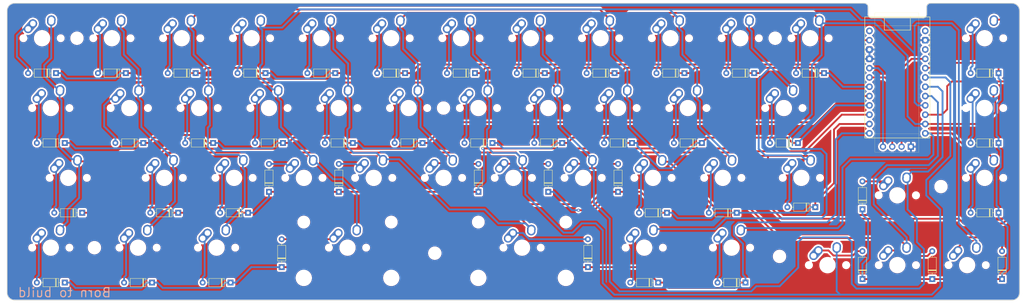
<source format=kicad_pcb>
(kicad_pcb (version 20221018) (generator pcbnew)
  (layers (0 "F.Cu" signal) (31 "B.Cu" signal) (34 "B.Paste" user) (35 "F.Paste" user) (36 "B.SilkS" user "B.Silkscreen") (37 "F.SilkS" user "F.Silkscreen") (38 "B.Mask" user) (39 "F.Mask" user) (44 "Edge.Cuts" user))
  (net 0 "")
  (net 1 "L1")
  (net 2 "Net-(D1-A)")
  (net 3 "Net-(D2-A)")
  (net 4 "Net-(D3-A)")
  (net 5 "Net-(D4-A)")
  (net 6 "Net-(D5-A)")
  (net 7 "Net-(D6-A)")
  (net 8 "L2")
  (net 9 "Net-(D7-A)")
  (net 10 "Net-(D8-A)")
  (net 11 "Net-(D9-A)")
  (net 12 "Net-(D10-A)")
  (net 13 "Net-(D11-A)")
  (net 14 "Net-(D12-A)")
  (net 15 "L3")
  (net 16 "Net-(D13-A)")
  (net 17 "Net-(D14-A)")
  (net 18 "Net-(D15-A)")
  (net 19 "Net-(D16-A)")
  (net 20 "Net-(D17-A)")
  (net 21 "Net-(D18-A)")
  (net 22 "L4")
  (net 23 "Net-(D19-A)")
  (net 24 "Net-(D20-A)")
  (net 25 "Net-(D21-A)")
  (net 26 "Net-(D22-A)")
  (net 27 "Net-(D23-A)")
  (net 28 "L5")
  (net 29 "Net-(D24-A)")
  (net 30 "Net-(D25-A)")
  (net 31 "Net-(D26-A)")
  (net 32 "Net-(D27-A)")
  (net 33 "Net-(D28-A)")
  (net 34 "Net-(D29-A)")
  (net 35 "L6")
  (net 36 "Net-(D30-A)")
  (net 37 "Net-(D31-A)")
  (net 38 "Net-(D32-A)")
  (net 39 "Net-(D33-A)")
  (net 40 "Net-(D34-A)")
  (net 41 "L7")
  (net 42 "Net-(D35-A)")
  (net 43 "Net-(D36-A)")
  (net 44 "Net-(D37-A)")
  (net 45 "Net-(D38-A)")
  (net 46 "Net-(D39-A)")
  (net 47 "Net-(D40-A)")
  (net 48 "Net-(D41-A)")
  (net 49 "L8")
  (net 50 "Net-(D42-A)")
  (net 51 "Net-(D43-A)")
  (net 52 "Net-(D44-A)")
  (net 53 "Net-(D45-A)")
  (net 54 "Net-(D46-A)")
  (net 55 "Net-(D47-A)")
  (net 56 "Net-(D48-A)")
  (net 57 "COL1")
  (net 58 "COL2")
  (net 59 "COL3")
  (net 60 "COL4")
  (net 61 "COL5")
  (net 62 "COL6")
  (net 63 "COL7")
  (net 64 "GND")
  (net 65 "VCC")
  (net 66 "SCL")
  (net 67 "SDA")
  (footprint "_mx:MX-Alps-Hybrid-1.25U" (layer "F.Cu") (at 298.658 164.0983)
    (fp_text reference "MX41" hide)
    (fp_text value "MX_SW_solder" hide)
  )
  (footprint "_mx:MX-Alps-Hybrid-1U" (layer "F.Cu") (at 281.9892 106.9483)
    (fp_text reference "MX10" hide)
    (fp_text value "MX_SW_solder" hide)
  )
  (footprint "Diode_THT:D_DO-35_SOD27_P7.62mm_Horizontal" (layer "F.Cu") (at 371.5242 116.4733 180)
    (fp_text reference "D46" hide)
    (fp_text value "1N4148" hide)
  )
  (footprint "Diode_THT:D_DO-35_SOD27_P7.62mm_Horizontal" (layer "F.Cu") (at 114.3492 116.4733 180)
    (fp_text reference "D1" hide)
    (fp_text value "1N4148" hide)
  )
  (footprint "_mx:MX-Alps-Hybrid-1U" (layer "F.Cu") (at 243.8892 106.9483)
    (fp_text reference "MX8" hide)
    (fp_text value "MX_SW_solder" hide)
  )
  (footprint "Diode_THT:D_DO-35_SOD27_P7.62mm_Horizontal" (layer "F.Cu") (at 290.5617 135.5233 180)
    (fp_text reference "D22" hide)
    (fp_text value "1N4148" hide)
  )
  (footprint "Diode_THT:D_DO-35_SOD27_P7.62mm_Horizontal" (layer "F.Cu") (at 266.7492 116.4733 180)
    (fp_text reference "D9" hide)
    (fp_text value "1N4148" hide)
  )
  (footprint "PCM_marbastlib-xp-promicroish:ProMicro_USBup" (layer "F.Cu") (at 343.9017 118.9233)
    (fp_text reference "U1" hide)
    (fp_text value "ProMicro" hide)
  )
  (footprint "Diode_THT:D_DO-35_SOD27_P7.62mm_Horizontal" (layer "F.Cu") (at 252.4617 135.5233 180)
    (fp_text reference "D20" hide)
    (fp_text value "1N4148" hide)
  )
  (footprint "MountingHole:MountingHole_3.2mm_M3" (layer "F.Cu") (at 120.0642 106.9483)
    (fp_text reference "REF1" hide)
    (fp_text value "MountingHole_3.2mm_M3" hide)
  )
  (footprint "_mx:MX-Alps-Hybrid-1U" (layer "F.Cu") (at 296.2767 145.0483)
    (fp_text reference "MX33" hide)
    (fp_text value "MX_SW_solder" hide)
  )
  (footprint "_mx:MX-Alps-Hybrid-1U" (layer "F.Cu") (at 324.8517 168.8608)
    (fp_text reference "MX42" hide)
    (fp_text value "MX_SW_solder" hide)
  )
  (footprint "_mx:MX-Alps-Hybrid-1U" (layer "F.Cu") (at 286.7517 125.9983)
    (fp_text reference "MX22" hide)
    (fp_text value "MX_SW_solder" hide)
  )
  (footprint "_mx:MX-Alps-Hybrid-1U" (layer "F.Cu") (at 148.6392 106.9483)
    (fp_text reference "MX3" hide)
    (fp_text value "MX_SW_solder" hide)
  )
  (footprint "_mx:MX-Alps-Hybrid-1.25U" (layer "F.Cu") (at 136.733 164.0983)
    (fp_text reference "MX36" hide)
    (fp_text value "MX_SW_solder" hide)
  )
  (footprint "_mx:MX-Alps-Hybrid-1U" (layer "F.Cu") (at 367.7142 145.0483)
    (fp_text reference "MX48" hide)
    (fp_text value "MX_SW_solder" hide)
  )
  (footprint "Diode_THT:D_DO-35_SOD27_P7.62mm_Horizontal" (layer "F.Cu") (at 161.9742 173.6233 180)
    (fp_text reference "D37" hide)
    (fp_text value "1N4148" hide)
  )
  (footprint "Diode_THT:D_DO-35_SOD27_P7.62mm_Horizontal" (layer "F.Cu") (at 248.6517 148.8583 90)
    (fp_text reference "D30" hide)
    (fp_text value "1N4148" hide)
  )
  (footprint "_mx:MX-Alps-Hybrid-1U" (layer "F.Cu") (at 320.0892 106.9483)
    (fp_text reference "MX12" hide)
    (fp_text value "MX_SW_solder" hide)
  )
  (footprint "_mx:MX-Alps-Hybrid-1U" (layer "F.Cu") (at 239.1267 145.0483)
    (fp_text reference "MX30" hide)
    (fp_text value "MX_SW_solder" hide)
  )
  (footprint "Diode_THT:D_DO-35_SOD27_P7.62mm_Horizontal" (layer "F.Cu") (at 300.0867 154.5733 180)
    (fp_text reference "D33" hide)
    (fp_text value "1N4148" hide)
  )
  (footprint "Diode_THT:D_DO-35_SOD27_P7.62mm_Horizontal" (layer "F.Cu") (at 371.5242 154.5733 180)
    (fp_text reference "D48" hide)
    (fp_text value "1N4148" hide)
  )
  (footprint "_mx:MX-Alps-Hybrid-1U" (layer "F.Cu") (at 248.6517 125.9983)
    (fp_text reference "MX20" hide)
    (fp_text value "MX_SW_solder" hide)
  )
  (footprint "Diode_THT:D_DO-35_SOD27_P7.62mm_Horizontal" (layer "F.Cu") (at 171.4992 116.4733 180)
    (fp_text reference "D4" hide)
    (fp_text value "1N4148" hide)
  )
  (footprint "_mx:MX-Alps-Hybrid-2.75U" (layer "F.Cu") (at 193.883 164.0983)
    (fp_text reference "MX38" hide)
    (fp_text value "MX_SW_solder" hide)
  )
  (footprint "Diode_THT:D_DO-35_SOD27_P7.62mm_Horizontal" (layer "F.Cu") (at 229.6017 148.8583 90)
    (fp_text reference "D29" hide)
    (fp_text value "1N4148" hide)
  )
  (footprint "MountingHole:MountingHole_3.2mm_M3" (layer "F.Cu") (at 217.6955 165.5983)
    (fp_text reference "REF6" hide)
    (fp_text value "MountingHole_3.2mm_M3" hide)
  )
  (footprint "_mx:MX-Alps-Hybrid-1U" (layer "F.Cu") (at 262.9392 106.9483)
    (fp_text reference "MX9" hide)
    (fp_text value "MX_SW_solder" hide)
  )
  (footprint "Diode_THT:D_DO-35_SOD27_P7.62mm_Horizontal" (layer "F.Cu") (at 233.4117 135.5233 180)
    (fp_text reference "D19" hide)
    (fp_text value "1N4148" hide)
  )
  (footprint "_mx:MX-Alps-Hybrid-1.25U" (layer "F.Cu") (at 112.9205 125.9983)
    (fp_text reference "MX13" hide)
    (fp_text value "MX_SW_solder" hide)
  )
  (footprint "Diode_THT:D_DO-35_SOD27_P7.62mm_Horizontal" (layer "F.Cu") (at 116.7305 135.5233 180)
    (fp_text reference "D13" hide)
    (fp_text value "1N4148" hide)
  )
  (footprint "_mx:MX-Alps-Hybrid-1U" (layer "F.Cu") (at 158.1642 164.0983)
    (fp_text reference "MX37" hide)
    (fp_text value "MX_SW_solder" hide)
  )
  (footprint "_mx:MX-Alps-Hybrid-1U" (layer "F.Cu") (at 181.9767 145.0483)
    (fp_text reference "MX27" hide)
    (fp_text value "MX_SW_solder" hide)
  )
  (footprint "Diode_THT:D_DO-35_SOD27_P7.62mm_Horizontal" (layer "F.Cu") (at 334.3767 172.6708 90)
    (fp_text reference "D42" hide)
    (fp_text value "1N4148" hide)
  )
  (footprint "Diode_THT:D_DO-35_SOD27_P7.62mm_Horizontal" (layer "F.Cu") (at 321.518 153.0483 180)
    (fp_text reference "D34" hide)
    (fp_text value "1N4148" hide)
  )
  (footprint "_mx:MX-Alps-Hybrid-1U" (layer "F.Cu") (at 201.0267 145.0483)
    (fp_text reference "MX28" hide)
    (fp_text value "MX_SW_solder" hide)
  )
  (footprint "Diode_THT:D_DO-35_SOD27_P7.62mm_Horizontal" (layer "F.Cu") (at 334.3767 153.6208 90)
    (fp_text reference "D43" hide)
    (fp_text value "1N4148" hide)
  )
  (footprint "Diode_THT:D_DO-35_SOD27_P7.62mm_Horizontal" (layer "F.Cu") (at 316.7555 135.5233 180)
    (fp_text reference "D23" hide)
    (fp_text value "1N4148" hide)
  )
  (footprint "_mx:MX-Alps-Hybrid-1U" (layer "F.Cu") (at 367.7142 106.9483)
    (fp_text reference "MX46" hide)
    (fp_text value "MX_SW_solder" hide)
  )
  (footprint "_mx:MX-Alps-Hybrid-1.25U" (layer "F.Cu") (at 274.8455 164.0983)
    (fp_text reference "MX40" hide)
    (fp_text value "MX_SW_solder" hide)
  )
  (footprint "Diode_THT:D_DO-35_SOD27_P7.62mm_Horizontal" (layer "F.Cu") (at 140.543 173.6233 180)
    (fp_text reference "D36" hide)
    (fp_text value "1N4148" hide)
  )
  (footprint "Diode_THT:D_DO-35_SOD27_P7.62mm_Horizontal" (layer "F.Cu") (at 172.4517 148.8583 90)
    (fp_text reference "D27" hide)
    (fp_text value "1N4148" hide)
  )
  (footprint "Diode_THT:D_DO-35_SOD27_P7.62mm_Horizontal" (layer "F.Cu") (at 166.7367 154.5733 180)
    (fp_text reference "D26" hide)
    (fp_text value "1N4148" hide)
  )
  (footprint "_mx:MX-Alps-Hybrid-1.25U" (layer "F.Cu") (at 317.708 145.0483)
    (fp_text reference "MX34" hide)
    (fp_text value "MX_SW_solder" hide)
  )
  (footprint "_mx:MX-Alps-Hybrid-1U" (layer "F.Cu") (at 343.9017 168.8608)
    (fp_text reference "MX44" hide)
    (fp_text value "MX_SW_solder" hide)
  )
  (footprint "_mx:MX-Alps-Hybrid-1U" (layer "F.Cu") (at 367.7142 125.9983)
    (fp_text reference "MX47" hide)
    (fp_text value "MX_SW_solder" hide)
  )
  (footprint "_mx:MX-Alps-Hybrid-1.25U" (layer "F.Cu") (at 112.9205 164.0983)
    (fp_text reference "MX35" hide)
    (fp_text value "MX_SW_solder" hide)
  )
  (footprint "Diode_THT:D_DO-35_SOD27_P7.62mm_Horizontal" (layer "F.Cu") (at 133.3992 116.4733 180)
    (fp_text reference "D2" hide)
    (fp_text value "1N4148" hide)
  )
  (footprint "Diode_THT:D_DO-35_SOD27_P7.62mm_Horizontal" (layer "F.Cu") (at 371.5242 135.5233 180)
    (fp_text reference "D47" hide)
    (fp_text value "1N4148" hide)
  )
  (footprint "_mx:MX-Alps-Hybrid-1U" (layer "F.Cu") (at 224.8392 106.9483)
    (fp_text reference "MX7" hide)
    (fp_text value "MX_SW_solder" hide)
  )
  (footprint "Diode_THT:D_DO-35_SOD27_P7.62mm_Horizontal" (layer "F.Cu") (at 271.5117 135.5233 180)
    (fp_text reference "D21" hide)
    (fp_text value "1N4148" hide)
  )
  (footprint "Diode_THT:D_DO-35_SOD27_P7.62mm_Horizontal" (layer "F.Cu") (at 247.6992 116.4733 180)
    (fp_text reference "D8" hide)
    (fp_text value "1N4148" hide)
  )
  (footprint "MountingHole:MountingHole_3.2mm_M3" (layer "F.Cu") (at 310.5642 106.9483)
    (fp_text reference "REF2" hide)
    (fp_text value "MountingHole_3.2mm_M3" hide)
  )
  (footprint "_mx:MX-Alps-Hybrid-1U" (layer "F.Cu") (at 362.9517 168.8608)
    (fp_text reference "MX45" hide)
    (fp_text value "MX_SW_solder" hide)
  )
  (footprint "_mx:MX-Alps-Hybrid-1U" (layer "F.Cu") (at 143.8767 145.0483)
    (fp_text reference "MX25" hide)
    (fp_text value "MX_SW_solder" hide)
  )
  (footprint "Diode_THT:D_DO-35_SOD27_P7.62mm_Horizontal" (layer "F.Cu") (at 323.8992 116.4733 180)
    (fp_text reference "D12" hide)
    (fp_text value "1N4148" hide)
  )
  (footprint "Diode_THT:D_DO-35_SOD27_P7.62mm_Horizontal" (layer "F.Cu") (at 152.4492 116.4733 180)
    (fp_text reference "D3" hide)
    (fp_text value "1N4148" hide)
  )
  (footprint "_mx:MX-Alps-Hybrid-1U" (layer "F.Cu") (at 186.7392 106.9483)
    (fp_text reference "MX5" hide)
    (fp_text value "MX_SW_solder" hide)
  )
  (footprint "_mx:MX-Alps-Hybrid-1.75U" (layer "F.Cu") (at 312.9455 125.9983)
    (fp_text reference "MX23" hide)
    (fp_text value "MX_SW_solder" hide)
  )
  (footprint "MountingHole:MountingHole_3.2mm_M3" (layer "F.Cu") (at 311.7548 166.4795)
    (fp_text reference "REF7" hide)
    (fp_text value "MountingHole_3.2mm_M3" hide)
  )
  (footprint "Diode_THT:D_DO-35_SOD27_P7.62mm_Horizontal" (layer "F.Cu") (at 281.0367 154.5733 180)
    (fp_text reference "D32" hide)
    (fp_text value "1N4148" hide)
  )
  (footprint "Diode_THT:D_DO-35_SOD27_P7.62mm_Horizontal" (layer "F.Cu") (at 228.6492 116.4733 180)
    (fp_text reference "D7" hide)
    (fp_text value "1N4148" hide)
  )
  (footprint "Diode_THT:D_DO-35_SOD27_P7.62mm_Horizontal" (layer "F.Cu") (at 147.6867 154.5733 180)
    (fp_text reference "D25" hide)
    (fp_text value "1N4148" hide)
  )
  (footprint "Diode_THT:D_DO-35_SOD27_P7.62mm_Horizontal" (layer "F.Cu") (at 285.7992 116.4733 180)
    (fp_text reference "D10" hide)
    (fp_text value "1N4148" hide)
  )
  (footprint "_mx:MX-Alps-Hybrid-1U" (layer "F.Cu") (at 301.0392 106.9483)
    (fp_text reference "MX11" hide)
    (fp_text value "MX_SW_solder" hide)
  )
  (footprint "Diode_THT:D_DO-35_SOD27_P7.62mm_Horizontal" (layer "F.Cu") (at 138.1617 135.5233 180)
    (fp_text reference "D14" hide)
    (fp_text value "1N4148" hide)
  )
  (footprint "_mx:MX-Alps-Hybrid-1U" (layer "F.Cu") (at 210.5517 125.9983)
    (fp_text reference "MX18" hide)
    (fp_text value "MX_SW_solder" hide)
  )
  (footprint "MountingHole:MountingHole_3.2mm_M3" (layer "F.Cu") (at 355.808 147.4295)
    (fp_text reference "REF4" hide)
    (fp_text value "MountingHole_3.2mm_M3" hide)
  )
  (footprint "_mx:MX-Alps-Hybrid-1U" (layer "F.Cu") (at 191.5017 125.9983)
    (fp_text reference "MX17" hide)
    (fp_text value "MX_SW_solder" hide)
  )
  (footprint "_mx:MX-Alps-Hybrid-1U" (layer "F.Cu") (at 343.9017 149.8108)
    (fp_text reference "MX43" hide)
    (fp_text value "MX_SW_solder" hide)
  )
  (footprint "_mx:MX-Alps-Hybrid-1U" (layer "F.Cu") (at 153.4017 125.9983)
    (fp_text reference "MX15" hide)
    (fp_text value "MX_SW_solder" hide)
  )
  (footprint "_mx:MX-Alps-Hybrid-1U" (layer "F.Cu") (at 110.5392 106.9483)
    (fp_text reference "MX1" hide)
    (fp_text value "MX_SW_solder" hide)
  )
  (footprint "Diode_THT:D_DO-35_SOD27_P7.62mm_Horizontal" (layer "F.Cu") (at 121.493 154.5733 180)
    (fp_text reference "D24" hide)
    (fp_text value "1N4148" hide)
  )
  (footprint "_mx:MX-Alps-Hybrid-1U" (layer "F.Cu") (at 229.6017 125.9983)
    (fp_text reference "MX19" hide)
    (fp_text value "MX_SW_solder" hide)
  )
  (footprint "_mx:MX-Alps-Hybrid-1U" (layer "F.Cu") (at 220.0767 145.0483)
    (fp_text reference "MX29" hide)
    (fp_text value "MX_SW_solder" hide)
  )
  (footprint "Diode_THT:D_DO-35_SOD27_P7.62mm_Horizontal" (layer "F.Cu") (at 353.4267 172.6708 90)
    (fp_text reference "D44" hide)
    (fp_text value "1N4148" hide)
  )
  (footprint "MountingHole:MountingHole_3.2mm_M3" (layer "F.Cu") (at 124.8267 164.0983)
    (fp_text reference "REF5" hide)
    (fp_text value "MountingHole_3.2mm_M3" hide)
  )
  (footprint "Diode_THT:D_DO-35_SOD27_P7.62mm_Horizontal" (layer "F.Cu") (at 302.468 173.6233 180)
    (fp_text reference "D41" hide)
    (fp_text value "1N4148" hide)
  )
  (footprint "_OLED:SSD1306-0.91-OLED-4pin-128x32" (layer "F.Cu") (at 349.7867 100.0383 -90)
    (fp_text reference "OLED1" hide)
    (fp_text value "Conn_01x04_Socket" hide)
  )
  (footprint "_mx:MX-Alps-Hybrid-1U" (layer "F.Cu") (at 162.9267 145.0483)
    (fp_text reference "MX26" hide)
    (fp_text value "MX_SW_solder" hide)
  )
  (footprint "_mx:MX-Alps-Hybrid-1U" (layer "F.Cu") (at 172.4517 125.9983)
    (fp_text reference "MX16" hide)
    (fp_text value "MX_SW_solder" hide)
  )
  (footprint "_mx:MX-Alps-Hybrid-1U" (layer "F.Cu") (at 205.7892 106.9483)
    (fp_text reference "MX6" hide)
    (fp_text value "MX_SW_solder" hide)
  )
  (footprint "Diode_THT:D_DO-35_SOD27_P7.62mm_Horizontal" (layer "F.Cu") (at 116.7305 173.6233 180)
    (fp_text reference "D35" hide)
    (fp_text value "1N4148" hide)
  )
  (footprint "Diode_THT:D_DO-35_SOD27_P7.62mm_Horizontal" (layer "F.Cu") (at 278.6555 173.6233 180)
    (fp_text reference "D40" hide)
    (fp_text value "1N4148" hide)
  )
  (footprint "_mx:MX-Alps-Hybrid-1U" (layer "F.Cu") (at 267.7017 125.9983)
    (fp_text reference "MX21" hide)
    (fp_text value "MX_SW_solder" hide)
  )
  (footprint "Diode_THT:D_DO-35_SOD27_P7.62mm_Horizontal" (layer "F.Cu") (at 190.5492 116.4733 180)
    (fp_text reference "D5" hide)
    (fp_text value "1N4148" hide)
  )
  (footprint "Diode_THT:D_DO-35_SOD27_P7.62mm_Horizontal" (layer "F.Cu") (at 372.4767 172.6708 90)
    (fp_text reference "D45" hide)
    (fp_text value "1N4148" hide)
  )
  (footprint "Diode_THT:D_DO-35_SOD27_P7.62mm_Horizontal" (layer "F.Cu") (at 209.5992 116.4733 180)
    (fp_text reference "D6" hide)
    (fp_text value "1N4148" hide)
  )
  (footprint "Diode_THT:D_DO-35_SOD27_P7.62mm_Horizontal" (layer "F.Cu") (at 214.3617 135.5233 180)
    (fp_text reference "D18" hide)
    (fp_text value "1N4148" hide)
  )
  (footprint "Diode_THT:D_DO-35_SOD27_P7.62mm_Horizontal" (layer "F.Cu") (at 195.3117 135.5233 180)
    (fp_text reference "D17" hide)
    (fp_text value "1N4148" hide)
  )
  (footprint "Diode_THT:D_DO-35_SOD27_P7.62mm_Horizontal" (layer "F.Cu") (at 259.471 169.4083 90)
    (fp_text reference "D39" hide)
    (fp_text value "1N4148" hide)
  )
  (footprint "_mx:MX-Alps-Hybrid-1U" (layer "F.Cu") (at 129.5892 106.9483)
    (fp_text reference "MX2" hide)
    (fp_text value "MX_SW_solder" hide)
  )
  (footprint "Diode_THT:D_DO-35_SOD27_P7.62mm_Horizontal" (layer "F.Cu") (at 175.92 169.4083 90)
    (fp_text reference "D38" hide)
    (fp_text value "1N4148" hide)
  )
  (footprint "_mx:MX-Alps-Hybrid-2.25U" (layer "F.Cu") (at 241.508 164.0983)
    (fp_text reference "MX39" hide)
    (fp_text value "MX_SW_solder" hide)
  )
  (footprint "Diode_THT:D_DO-35_SOD27_P7.62mm_Horizontal" (layer "F.Cu") (at 267.7017 148.8583 90)
    (fp_text reference "D31" hide)
    (fp_text value "1N4148" hide)
  )
  (footprint "_mx:MX-Alps-Hybrid-1.75U" (layer "F.Cu") (at 117.683 145.0483)
    (fp_text reference "MX24" hide)
    (fp_text value "MX_SW_solder" hide)
  )
  (footprint "Diode_THT:D_DO-35_SOD27_P7.62mm_Horizontal" (layer "F.Cu") (at 304.8492 116.4733 180)
    (fp_text reference "D11" hide)
    (fp_text value "1N4148" hide)
  )
  (footprint "MountingHole:MountingHole_3.2mm_M3" (layer "F.Cu") (at 220.0767 125.9983)
    (fp_text reference "REF3" hide)
    (fp_text value "MountingHole_3.2mm_M3" hide)
  )
  (footprint "Diode_THT:D_DO-35_SOD27_P7.62mm_Horizontal" (layer "F.Cu") (at 191.5017 148.8583 90)
    (fp_text reference "D28" hide)
    (fp_text value "1N4148" hide)
  )
  (footprint "_mx:MX-Alps-Hybrid-1U" (layer "F.Cu") (at 167.6892 106.9483)
    (fp_text reference "MX4" hide)
    (fp_text value "MX_SW_solder" hide)
  )
  (footprint "_mx:MX-Alps-Hybrid-1U" (layer "F.Cu") (at 134.3517 125.9983)
    (fp_text reference "MX14" hide)
    (fp_text value "MX_SW_solder" hide)
  )
  (footprint "_mx:MX-Alps-Hybrid-1U" (layer "F.Cu") (at 258.1767 145.0483)
    (fp_text reference "MX31" hide)
    (fp_text value "MX_SW_solder" hide)
  )
  (footprint "Diode_THT:D_DO-35_SOD27_P7.62mm_Horizontal" (layer "F.Cu") (at 157.2117 135.5233 180)
    (fp_text reference "D15" hide)
    (fp_text value "1N4148" hide)
  )
  (footprint "Diode_THT:D_DO-35_SOD27_P7.62mm_Horizontal" (layer "F.Cu") (at 176.2617 135.5233 180)
    (fp_text reference "D16" hide)
    (fp_text value "1N4148" hide)
  )
  (footprint "_mx:MX-Alps-Hybrid-1U" (layer "F.Cu") (at 277.2267 145.0483)
    (fp_text reference "MX32" hide)
    (fp_text value "MX_SW_solder" hide)
  )
  (gr_arc (start 336.901714 101.423286) (mid 336.194607 101.130393) (end 335.901714 100.423286) (stroke (width 0.2)) (layer "Edge.Cuts"))
  (gr_arc (start 334.901714 97.423286) (mid 335.608821 97.716179) (end 335.901714 98.423286) (stroke (width 0.2)) (layer "Edge.Cuts"))
  (gr_line (start 351.901714 100.423286) (end 351.901714 98.423286) (stroke (width 0.2)) (layer "Edge.Cuts"))
  (gr_arc (start 101.014214 99.423286) (mid 101.6 98.009072) (end 103.014214 97.423286) (stroke (width 0.2)) (layer "Edge.Cuts"))
  (gr_line (start 377.239214 176.385786) (end 377.239214 99.423286) (stroke (width 0.2)) (layer "Edge.Cuts"))
  (gr_line (start 375.239214 97.423286) (end 352.901714 97.423286) (stroke (width 0.2)) (layer "Edge.Cuts"))
  (gr_line (start 103.014214 97.423286) (end 334.901714 97.423286) (stroke (width 0.2)) (layer "Edge.Cuts"))
  (gr_arc (start 351.901714 100.423286) (mid 351.608821 101.130393) (end 350.901714 101.423286) (stroke (width 0.2)) (layer "Edge.Cuts"))
  (gr_line (start 101.014214 176.385786) (end 101.014214 99.423286) (stroke (width 0.2)) (layer "Edge.Cuts"))
  (gr_line (start 335.901714 100.423286) (end 335.901714 98.423286) (stroke (width 0.2)) (layer "Edge.Cuts"))
  (gr_arc (start 351.901714 98.423286) (mid 352.194607 97.716179) (end 352.901714 97.423286) (stroke (width 0.2)) (layer "Edge.Cuts"))
  (gr_arc (start 377.239214 176.385786) (mid 376.653428 177.8) (end 375.239214 178.385786) (stroke (width 0.2)) (layer "Edge.Cuts"))
  (gr_arc (start 375.239214 97.423286) (mid 376.653428 98.009072) (end 377.239214 99.423286) (stroke (width 0.2)) (layer "Edge.Cuts"))
  (gr_line (start 336.901714 101.423286) (end 350.901714 101.423286) (stroke (width 0.2)) (layer "Edge.Cuts"))
  (gr_arc (start 103.014214 178.385786) (mid 101.6 177.8) (end 101.014214 176.385786) (stroke (width 0.2)) (layer "Edge.Cuts"))
  (gr_line (start 103.014214 178.385786) (end 375.239214 178.385786) (stroke (width 0.2)) (layer "Edge.Cuts"))
  (gr_text "Born to build" (at 129.54 177.8) (layer "B.SilkS") (effects (font (size 2.5 2.5) (thickness 0.3) bold) (justify left bottom mirror)))
  (segment (start 206.695 117.925) (end 193.453 117.925) (width 0.5) (layer "F.Cu") (net 1))
  (segment (start 208.147 116.473) (end 206.695 117.925) (width 0.5) (layer "F.Cu") (net 1))
  (segment (start 328.93 108.585) (end 328.93 112.85) (width 0.5) (layer "F.Cu") (net 1))
  (segment (start 168.595 115.021) (end 170.047 116.473) (width 0.5) (layer "F.Cu") (net 1))
  (segment (start 152.449 116.473) (end 153.901 116.473) (width 0.5) (layer "F.Cu") (net 1))
  (segment (start 211.051 116.473) (end 208.147 116.473) (width 0.5) (layer "F.Cu") (net 1))
  (segment (start 170.047 116.473) (end 171.4989 116.473) (width 0.5) (layer "F.Cu") (net 1))
  (segment (start 133.4 116.473) (end 134.851 116.473) (width 0.5) (layer "F.Cu") (net 1))
  (segment (start 330.0217 107.4933) (end 328.93 108.585) (width 0.5) (layer "F.Cu") (net 1))
  (segment (start 155.353 115.021) (end 168.595 115.021) (width 0.5) (layer "F.Cu") (net 1))
  (segment (start 213.405 114.12) (end 211.051 116.473) (width 0.5) (layer "F.Cu") (net 1))
  (segment (start 328.93 112.85) (end 327.66 114.12) (width 0.5) (layer "F.Cu") (net 1))
  (segment (start 327.66 114.12) (end 213.405 114.12) (width 0.5) (layer "F.Cu") (net 1))
  (segment (start 192.001 116.473) (end 190.55 116.473) (width 0.5) (layer "F.Cu") (net 1))
  (segment (start 153.901 116.473) (end 155.353 115.021) (width 0.5) (layer "F.Cu") (net 1))
  (segment (start 150.997 116.473) (end 152.449 116.473) (width 0.5) (layer "F.Cu") (net 1))
  (segment (start 136.303 117.925) (end 149.545 117.925) (width 0.5) (layer "F.Cu") (net 1))
  (segment (start 336.2817 107.4933) (end 330.0217 107.4933) (width 0.5) (layer "F.Cu") (net 1))
  (segment (start 134.851 116.473) (end 136.303 117.925) (width 0.5) (layer "F.Cu") (net 1))
  (segment (start 149.545 117.925) (end 150.997 116.473) (width 0.5) (layer "F.Cu") (net 1))
  (segment (start 193.453 117.925) (end 192.001 116.473) (width 0.5) (layer "F.Cu") (net 1))
  (segment (start 130.495 117.925) (end 131.947 116.473) (width 0.5) (layer "B.Cu") (net 1))
  (segment (start 172.951 116.473) (end 174.403 117.925) (width 0.5) (layer "B.Cu") (net 1))
  (segment (start 189.097 116.473) (end 190.5489 116.473) (width 0.5) (layer "B.Cu") (net 1))
  (segment (start 174.403 117.925) (end 187.645 117.925) (width 0.5) (layer "B.Cu") (net 1))
  (segment (start 171.5 116.473) (end 172.951 116.473) (width 0.5) (layer "B.Cu") (net 1))
  (segment (start 117.253 117.925) (end 130.495 117.925) (width 0.5) (layer "B.Cu") (net 1))
  (segment (start 187.645 117.925) (end 189.097 116.473) (width 0.5) (layer "B.Cu") (net 1))
  (segment (start 115.801 116.473) (end 117.253 117.925) (width 0.5) (layer "B.Cu") (net 1))
  (segment (start 131.947 116.473) (end 133.399 116.473) (width 0.5) (layer "B.Cu") (net 1))
  (segment (start 114.35 116.473) (end 115.801 116.473) (width 0.5) (layer "B.Cu") (net 1))
  (segment (start 106.729 115.021) (end 106.729 115.747) (width 0.5) (layer "B.Cu") (net 2))
  (segment (start 106.729 115.747) (end 106.7292 115.7472) (width 0.5) (layer "B.Cu") (net 2))
  (segment (start 103.682 111.974) (end 106.729 115.021) (width 0.5) (layer "B.Cu") (net 2))
  (segment (start 105.585 104.333) (end 103.682 106.236) (width 0.5) (layer "B.Cu") (net 2))
  (segment (start 103.682 106.236) (end 103.682 111.974) (width 0.5) (layer "B.Cu") (net 2))
  (segment (start 106.7292 115.7472) (end 106.7292 116.4733) (width 0.5) (layer "B.Cu") (net 2))
  (segment (start 106.729 115.747) (end 106.729 116.473) (width 0.5) (layer "B.Cu") (net 2))
  (segment (start 106.654 104.333) (end 105.585 104.333) (width 0.5) (layer "B.Cu") (net 2))
  (segment (start 126.365 106.045) (end 126.365 115.8875) (width 0.5) (layer "B.Cu") (net 3))
  (segment (start 126.365 115.8875) (end 125.7792 116.4733) (width 0.5) (layer "B.Cu") (net 3))
  (segment (start 125.7792 105.4592) (end 126.365 106.045) (width 0.5) (layer "B.Cu") (net 3))
  (segment (start 125.7792 104.4083) (end 125.7792 105.4592) (width 0.5) (layer "B.Cu") (net 3))
  (segment (start 144.8292 115.7472) (end 144.8292 116.4733) (width 0.5) (layer "B.Cu") (net 4))
  (segment (start 144.829 116.473) (end 144.829 115.747) (width 0.5) (layer "B.Cu") (net 4))
  (segment (start 144.829 115.747) (end 144.8292 115.7472) (width 0.5) (layer "B.Cu") (net 4))
  (segment (start 145.371 114.48) (end 145.371 104.241) (width 0.5) (layer "B.Cu") (net 4))
  (segment (start 144.829 115.747) (end 144.829 115.021) (width 0.5) (layer "B.Cu") (net 4))
  (segment (start 144.829 115.021) (end 145.371 114.48) (width 0.5) (layer "B.Cu") (net 4))
  (segment (start 164.421 114.48) (end 164.421 104.241) (width 0.5) (layer "B.Cu") (net 5))
  (segment (start 163.879 115.021) (end 164.421 114.48) (width 0.5) (layer "B.Cu") (net 5))
  (segment (start 163.879 116.473) (end 163.879 115.747) (width 0.5) (layer "B.Cu") (net 5))
  (segment (start 163.879 115.747) (end 163.8792 115.7472) (width 0.5) (layer "B.Cu") (net 5))
  (segment (start 163.8792 115.7472) (end 163.8792 116.4733) (width 0.5) (layer "B.Cu") (net 5))
  (segment (start 163.879 115.747) (end 163.879 115.021) (width 0.5) (layer "B.Cu") (net 5))
  (segment (start 182.929 115.747) (end 182.929 115.021) (width 0.5) (layer "B.Cu") (net 6))
  (segment (start 182.9292 115.7472) (end 182.9292 116.4733) (width 0.5) (layer "B.Cu") (net 6))
  (segment (start 183.471 114.48) (end 183.471 104.241) (width 0.5) (layer "B.Cu") (net 6))
  (segment (start 182.929 115.747) (end 182.9292 115.7472) (width 0.5) (layer "B.Cu") (net 6))
  (segment (start 182.929 115.021) (end 183.471 114.48) (width 0.5) (layer "B.Cu") (net 6))
  (segment (start 182.929 116.473) (end 182.929 115.747) (width 0.5) (layer "B.Cu") (net 6))
  (segment (start 202.521 114.48) (end 202.521 104.241) (width 0.5) (layer "B.Cu") (net 7))
  (segment (start 201.9792 115.7472) (end 201.9792 116.4733) (width 0.5) (layer "B.Cu") (net 7))
  (segment (start 201.979 116.473) (end 201.979 115.747) (width 0.5) (layer "B.Cu") (net 7))
  (segment (start 201.979 115.747) (end 201.9792 115.7472) (width 0.5) (layer "B.Cu") (net 7))
  (segment (start 201.979 115.747) (end 201.979 115.021) (width 0.5) (layer "B.Cu") (net 7))
  (segment (start 201.979 115.021) (end 202.521 114.48) (width 0.5) (layer "B.Cu") (net 7))
  (segment (start 250.603 115.021) (end 249.151 116.473) (width 0.5) (layer "F.Cu") (net 8))
  (segment (start 282.895 115.021) (end 269.653 115.021) (width 0.5) (layer "F.Cu") (net 8))
  (segment (start 231.553 115.021) (end 230.101 116.473) (width 0.5) (layer "F.Cu") (net 8))
  (segment (start 263.845 115.021) (end 250.603 115.021) (width 0.5) (layer "F.Cu") (net 8))
  (segment (start 323.899 116.473) (end 322.447 116.473) (width 0.5) (layer "F.Cu") (net 8))
  (segment (start 269.653 115.021) (end 268.201 116.473) (width 0.5) (layer "F.Cu") (net 8))
  (segment (start 304.849 116.473) (end 303.397 116.473) (width 0.5) (layer "F.Cu") (net 8))
  (segment (start 307.753 115.021) (end 306.301 116.473) (width 0.5) (layer "F.Cu") (net 8))
  (segment (start 244.795 115.021) (end 231.553 115.021) (width 0.5) (layer "F.Cu") (net 8))
  (segment (start 320.995 115.021) (end 307.753 115.021) (width 0.5) (layer "F.Cu") (net 8))
  (segment (start 230.101 116.473) (end 228.65 116.473) (width 0.5) (layer "F.Cu") (net 8))
  (segment (start 287.251 116.473) (end 285.799 116.473) (width 0.5) (layer "F.Cu") (net 8))
  (segment (start 285.799 116.473) (end 284.347 116.473) (width 0.5) (layer "F.Cu") (net 8))
  (segment (start 288.703 115.021) (end 287.251 116.473) (width 0.5) (layer "F.Cu") (net 8))
  (segment (start 303.397 116.473) (end 301.945 115.021) (width 0.5) (layer "F.Cu") (net 8))
  (segment (start 266.749 116.473) (end 265.297 116.473) (width 0.5) (layer "F.Cu") (net 8))
  (segment (start 301.945 115.021) (end 288.703 115.021) (width 0.5) (layer "F.Cu") (net 8))
  (segment (start 265.297 116.473) (end 263.845 115.021) (width 0.5) (layer "F.Cu") (net 8))
  (segment (start 247.699 116.473) (end 246.247 116.473) (width 0.5) (layer "F.Cu") (net 8))
  (segment (start 246.247 116.473) (end 244.795 115.021) (width 0.5) (layer "F.Cu") (net 8))
  (segment (start 249.151 116.473) (end 247.699 116.473) (width 0.5) (layer "F.Cu") (net 8))
  (segment (start 306.301 116.473) (end 304.849 116.473) (width 0.5) (layer "F.Cu") (net 8))
  (segment (start 284.347 116.473) (end 282.895 115.021) (width 0.5) (layer "F.Cu") (net 8))
  (segment (start 322.447 116.473) (end 320.995 115.021) (width 0.5) (layer "F.Cu") (net 8))
  (segment (start 268.201 116.473) (end 266.749 116.473) (width 0.5) (layer "F.Cu") (net 8))
  (segment (start 325.351 116.473) (end 329.071 120.193) (width 0.5) (layer "B.Cu") (net 8))
  (segment (start 323.9 116.473) (end 325.351 116.473) (width 0.5) (layer "B.Cu") (net 8))
  (segment (start 329.071 120.193) (end 336.281 120.193) (width 0.5) (layer "B.Cu") (net 8))
  (segment (start 221.571 114.48) (end 221.571 104.241) (width 0.5) (layer "B.Cu") (net 9))
  (segment (start 221.029 115.747) (end 221.029 115.021) (width 0.5) (layer "B.Cu") (net 9))
  (segment (start 221.029 116.473) (end 221.029 115.747) (width 0.5) (layer "B.Cu") (net 9))
  (segment (start 221.029 115.021) (end 221.571 114.48) (width 0.5) (layer "B.Cu") (net 9))
  (segment (start 221.0292 115.7472) (end 221.0292 116.4733) (width 0.5) (layer "B.Cu") (net 9))
  (segment (start 221.029 115.747) (end 221.0292 115.7472) (width 0.5) (layer "B.Cu") (net 9))
  (segment (start 240.079 115.747) (end 240.079 115.021) (width 0.5) (layer "B.Cu") (net 10))
  (segment (start 240.621 114.48) (end 240.621 104.241) (width 0.5) (layer "B.Cu") (net 10))
  (segment (start 240.079 115.021) (end 240.621 114.48) (width 0.5) (layer "B.Cu") (net 10))
  (segment (start 240.0792 115.7472) (end 240.0792 116.4733) (width 0.5) (layer "B.Cu") (net 10))
  (segment (start 240.079 115.747) (end 240.0792 115.7472) (width 0.5) (layer "B.Cu") (net 10))
  (segment (start 240.079 116.473) (end 240.079 115.747) (width 0.5) (layer "B.Cu") (net 10))
  (segment (start 259.129 115.747) (end 259.1292 115.7472) (width 0.5) (layer "B.Cu") (net 11))
  (segment (start 259.671 114.48) (end 259.671 104.241) (width 0.5) (layer "B.Cu") (net 11))
  (segment (start 259.1292 115.7472) (end 259.1292 116.4733) (width 0.5) (layer "B.Cu") (net 11))
  (segment (start 259.129 115.021) (end 259.671 114.48) (width 0.5) (layer "B.Cu") (net 11))
  (segment (start 259.129 116.473) (end 259.129 115.747) (width 0.5) (layer "B.Cu") (net 11))
  (segment (start 259.129 115.747) (end 259.129 115.021) (width 0.5) (layer "B.Cu") (net 11))
  (segment (start 278.721 114.48) (end 278.721 104.241) (width 0.5) (layer "B.Cu") (net 12))
  (segment (start 278.179 115.747) (end 278.179 115.021) (width 0.5) (layer "B.Cu") (net 12))
  (segment (start 278.179 115.747) (end 278.1792 115.7472) (width 0.5) (layer "B.Cu") (net 12))
  (segment (start 278.179 115.021) (end 278.721 114.48) (width 0.5) (layer "B.Cu") (net 12))
  (segment (start 278.1792 115.7472) (end 278.1792 116.4733) (width 0.5) (layer "B.Cu") (net 12))
  (segment (start 278.179 116.473) (end 278.179 115.747) (width 0.5) (layer "B.Cu") (net 12))
  (segment (start 297.229 116.473) (end 297.229 115.747) (width 0.5) (layer "B.Cu") (net 13))
  (segment (start 297.229 115.747) (end 297.2292 115.7472) (width 0.5) (layer "B.Cu") (net 13))
  (segment (start 297.229 115.747) (end 297.229 115.021) (width 0.5) (layer "B.Cu") (net 13))
  (segment (start 297.229 115.021) (end 297.771 114.48) (width 0.5) (layer "B.Cu") (net 13))
  (segment (start 297.2292 115.7472) (end 297.2292 116.4733) (width 0.5) (layer "B.Cu") (net 13))
  (segment (start 297.771 114.48) (end 297.771 104.241) (width 0.5) (layer "B.Cu") (net 13))
  (segment (start 316.279 116.473) (end 316.279 115.747) (width 0.5) (layer "B.Cu") (net 14))
  (segment (start 316.279 115.747) (end 316.279 115.021) (width 0.5) (layer "B.Cu") (net 14))
  (segment (start 316.2792 115.7472) (end 316.2792 116.4733) (width 0.5) (layer "B.Cu") (net 14))
  (segment (start 316.821 114.48) (end 316.821 104.241) (width 0.5) (layer "B.Cu") (net 14))
  (segment (start 316.279 115.747) (end 316.2792 115.7472) (width 0.5) (layer "B.Cu") (net 14))
  (segment (start 316.279 115.021) (end 316.821 114.48) (width 0.5) (layer "B.Cu") (net 14))
  (segment (start 320.675 129.877) (end 327.819 122.733) (width 0.5) (layer "F.Cu") (net 15))
  (segment (start 154.308 134.071) (end 155.76 135.523) (width 0.5) (layer "F.Cu") (net 15))
  (segment (start 138.162 135.523) (end 139.614 135.523) (width 0.5) (layer "F.Cu") (net 15))
  (segment (start 151.044 133.35) (end 151.765 134.071) (width 0.5) (layer "F.Cu") (net 15))
  (segment (start 214.362 135.523) (end 215.814 135.523) (width 0.5) (layer "F.Cu") (net 15))
  (segment (start 192.408 134.071) (end 193.86 135.523) (width 0.5) (layer "F.Cu") (net 15))
  (segment (start 193.86 135.523) (end 195.311 135.523) (width 0.5) (layer "F.Cu") (net 15))
  (segment (start 147.869 134.071) (end 148.59 133.35) (width 0.5) (layer "F.Cu") (net 15))
  (segment (start 141.066 134.071) (end 147.869 134.071) (width 0.5) (layer "F.Cu") (net 15))
  (segment (start 179.166 134.071) (end 192.408 134.071) (width 0.5) (layer "F.Cu") (net 15))
  (segment (start 151.765 134.071) (end 154.308 134.071) (width 0.5) (layer "F.Cu") (net 15))
  (segment (start 177.714 135.523) (end 179.166 134.071) (width 0.5) (layer "F.Cu") (net 15))
  (segment (start 176.262 135.523) (end 177.714 135.523) (width 0.5) (layer "F.Cu") (net 15))
  (segment (start 215.814 135.523) (end 221.46 129.877) (width 0.5) (layer "F.Cu") (net 15))
  (segment (start 327.819 122.733) (end 336.2814 122.733) (width 0.5) (layer "F.Cu") (net 15))
  (segment (start 139.614 135.523) (end 141.066 134.071) (width 0.5) (layer "F.Cu") (net 15))
  (segment (start 148.59 133.35) (end 151.044 133.35) (width 0.5) (layer "F.Cu") (net 15))
  (segment (start 221.46 129.877) (end 320.675 129.877) (width 0.5) (layer "F.Cu") (net 15))
  (segment (start 155.76 135.523) (end 157.211 135.523) (width 0.5) (layer "F.Cu") (net 15))
  (segment (start 118.182 135.523) (end 116.731 135.523) (width 0.5) (layer "B.Cu") (net 15))
  (segment (start 160.116 136.975) (end 158.664 135.523) (width 0.5) (layer "B.Cu") (net 15))
  (segment (start 158.664 135.523) (end 157.212 135.523) (width 0.5) (layer "B.Cu") (net 15))
  (segment (start 198.216 136.975) (end 211.458 136.975) (width 0.5) (layer "B.Cu") (net 15))
  (segment (start 196.764 135.523) (end 198.216 136.975) (width 0.5) (layer "B.Cu") (net 15))
  (segment (start 138.161 135.523) (end 136.71 135.523) (width 0.5) (layer "B.Cu") (net 15))
  (segment (start 135.258 136.975) (end 119.634 136.975) (width 0.5) (layer "B.Cu") (net 15))
  (segment (start 211.458 136.975) (end 212.91 135.523) (width 0.5) (layer "B.Cu") (net 15))
  (segment (start 195.312 135.523) (end 196.764 135.523) (width 0.5) (layer "B.Cu") (net 15))
  (segment (start 136.71 135.523) (end 135.258 136.975) (width 0.5) (layer "B.Cu") (net 15))
  (segment (start 174.81 135.523) (end 173.358 136.975) (width 0.5) (layer "B.Cu") (net 15))
  (segment (start 119.634 136.975) (end 118.182 135.523) (width 0.5) (layer "B.Cu") (net 15))
  (segment (start 176.261 135.523) (end 174.81 135.523) (width 0.5) (layer "B.Cu") (net 15))
  (segment (start 212.91 135.523) (end 214.361 135.523) (width 0.5) (layer "B.Cu") (net 15))
  (segment (start 173.358 136.975) (end 160.116 136.975) (width 0.5) (layer "B.Cu") (net 15))
  (segment (start 109.652 133.53) (end 109.11 134.071) (width 0.5) (layer "B.Cu") (net 16))
  (segment (start 109.652 123.291) (end 109.652 133.53) (width 0.5) (layer "B.Cu") (net 16))
  (segment (start 109.11 134.071) (end 109.11 134.797) (width 0.5) (layer "B.Cu") (net 16))
  (segment (start 109.11 135.5228) (end 109.11 134.797) (width 0.5) (layer "B.Cu") (net 16))
  (segment (start 130.542 134.434) (end 130.542 134.797) (width 0.5) (layer "B.Cu") (net 17))
  (segment (start 130.5417 134.4343) (end 130.5417 135.5233) (width 0.5) (layer "B.Cu") (net 17))
  (segment (start 129.286 123.458) (end 127.482 125.262) (width 0.5) (layer "B.Cu") (net 17))
  (segment (start 130.542 134.434) (end 130.5417 134.4343) (width 0.5) (layer "B.Cu") (net 17))
  (segment (start 130.542 134.071) (end 130.542 134.434) (width 0.5) (layer "B.Cu") (net 17))
  (segment (start 127.482 131.012) (end 130.542 134.071) (width 0.5) (layer "B.Cu") (net 17))
  (segment (start 127.482 125.262) (end 127.482 131.012) (width 0.5) (layer "B.Cu") (net 17))
  (segment (start 129.914 123.458) (end 129.286 123.458) (width 0.5) (layer "B.Cu") (net 17))
  (segment (start 149.592 134.071) (end 150.133 133.53) (width 0.5) (layer "B.Cu") (net 18))
  (segment (start 149.592 134.797) (end 149.592 134.071) (width 0.5) (layer "B.Cu") (net 18))
  (segment (start 149.5917 134.7973) (end 149.5917 135.5233) (width 0.5) (layer "B.Cu") (net 18))
  (segment (start 150.133 133.53) (end 150.133 123.291) (width 0.5) (layer "B.Cu") (net 18))
  (segment (start 149.592 135.523) (end 149.592 134.797) (width 0.5) (layer "B.Cu") (net 18))
  (segment (start 149.592 134.797) (end 149.5917 134.7973) (width 0.5) (layer "B.Cu") (net 18))
  (segment (start 169.183 133.53) (end 169.183 123.291) (width 0.5) (layer "B.Cu") (net 19))
  (segment (start 168.6417 134.7973) (end 168.6417 135.5233) (width 0.5) (layer "B.Cu") (net 19))
  (segment (start 168.642 135.523) (end 168.642 134.797) (width 0.5) (layer "B.Cu") (net 19))
  (segment (start 168.642 134.071) (end 169.183 133.53) (width 0.5) (layer "B.Cu") (net 19))
  (segment (start 168.642 134.797) (end 168.642 134.071) (width 0.5) (layer "B.Cu") (net 19))
  (segment (start 168.642 134.797) (end 168.6417 134.7973) (width 0.5) (layer "B.Cu") (net 19))
  (segment (start 187.692 135.523) (end 187.692 134.797) (width 0.5) (layer "B.Cu") (net 20))
  (segment (start 187.692 134.797) (end 187.6917 134.7973) (width 0.5) (layer "B.Cu") (net 20))
  (segment (start 188.233 133.53) (end 188.233 123.291) (width 0.5) (layer "B.Cu") (net 20))
  (segment (start 187.692 134.071) (end 188.233 133.53) (width 0.5) (layer "B.Cu") (net 20))
  (segment (start 187.692 134.797) (end 187.692 134.071) (width 0.5) (layer "B.Cu") (net 20))
  (segment (start 187.6917 134.7973) (end 187.6917 135.5233) (width 0.5) (layer "B.Cu") (net 20))
  (segment (start 206.742 134.797) (end 206.7417 134.7973) (width 0.5) (layer "B.Cu") (net 21))
  (segment (start 206.742 134.071) (end 207.283 133.53) (width 0.5) (layer "B.Cu") (net 21))
  (segment (start 206.742 135.523) (end 206.742 134.797) (width 0.5) (layer "B.Cu") (net 21))
  (segment (start 206.7417 134.7973) (end 206.7417 135.5233) (width 0.5) (layer "B.Cu") (net 21))
  (segment (start 207.283 133.53) (end 207.283 123.291) (width 0.5) (layer "B.Cu") (net 21))
  (segment (start 206.742 134.797) (end 206.742 134.071) (width 0.5) (layer "B.Cu") (net 21))
  (segment (start 268.608 134.071) (end 255.366 134.071) (width 0.5) (layer "F.Cu") (net 22))
  (segment (start 255.366 134.071) (end 253.914 135.523) (width 0.5) (layer "F.Cu") (net 22))
  (segment (start 253.914 135.523) (end 252.462 135.523) (width 0.5) (layer "F.Cu") (net 22))
  (segment (start 271.511 135.523) (end 270.06 135.523) (width 0.5) (layer "F.Cu") (net 22))
  (segment (start 313.852 134.071) (end 315.304 135.523) (width 0.5) (layer "F.Cu") (net 22))
  (segment (start 292.014 134.071) (end 313.852 134.071) (width 0.5) (layer "F.Cu") (net 22))
  (segment (start 270.06 135.523) (end 268.608 134.071) (width 0.5) (layer "F.Cu") (net 22))
  (segment (start 292.014 134.071) (end 290.5617 135.5233) (width 0.5) (layer "F.Cu") (net 22))
  (segment (start 315.304 135.523) (end 316.755 135.523) (width 0.5) (layer "F.Cu") (net 22))
  (segment (start 272.964 135.523) (end 272.964 136.407) (width 0.5) (layer "B.Cu") (net 22))
  (segment (start 316.756 135.523) (end 327.006 125.273) (width 0.5) (layer "B.Cu") (net 22))
  (segment (start 282.203 142.43) (end 289.11 135.523) (width 0.5) (layer "B.Cu") (net 22))
  (segment (start 233.412 135.523) (end 234.864 135.523) (width 0.5) (layer "B.Cu") (net 22))
  (segment (start 327.006 125.273) (end 336.281 125.273) (width 0.5) (layer "B.Cu") (net 22))
  (segment (start 272.964 136.407) (end 278.987 142.43) (width 0.5) (layer "B.Cu") (net 22))
  (segment (start 251.01 135.523) (end 252.461 135.523) (width 0.5) (layer "B.Cu") (net 22))
  (segment (start 289.11 135.523) (end 290.561 135.523) (width 0.5) (layer "B.Cu") (net 22))
  (segment (start 234.864 135.523) (end 236.316 136.975) (width 0.5) (layer "B.Cu") (net 22))
  (segment (start 271.512 135.523) (end 272.964 135.523) (width 0.5) (layer "B.Cu") (net 22))
  (segment (start 249.558 136.975) (end 251.01 135.523) (width 0.5) (layer "B.Cu") (net 22))
  (segment (start 278.987 142.43) (end 282.203 142.43) (width 0.5) (layer "B.Cu") (net 22))
  (segment (start 236.316 136.975) (end 249.558 136.975) (width 0.5) (layer "B.Cu") (net 22))
  (segment (start 225.792 134.071) (end 226.333 133.53) (width 0.5) (layer "B.Cu") (net 23))
  (segment (start 225.7917 134.7973) (end 225.7917 135.5233) (width 0.5) (layer "B.Cu") (net 23))
  (segment (start 225.792 134.797) (end 225.792 134.071) (width 0.5) (layer "B.Cu") (net 23))
  (segment (start 225.792 134.797) (end 225.7917 134.7973) (width 0.5) (layer "B.Cu") (net 23))
  (segment (start 226.333 133.53) (end 226.333 123.291) (width 0.5) (layer "B.Cu") (net 23))
  (segment (start 225.792 135.523) (end 225.792 134.797) (width 0.5) (layer "B.Cu") (net 23))
  (segment (start 244.842 134.071) (end 245.383 133.53) (width 0.5) (layer "B.Cu") (net 24))
  (segment (start 245.383 133.53) (end 245.383 123.291) (width 0.5) (layer "B.Cu") (net 24))
  (segment (start 244.842 134.797) (end 244.8417 134.7973) (width 0.5) (layer "B.Cu") (net 24))
  (segment (start 244.842 134.797) (end 244.842 134.071) (width 0.5) (layer "B.Cu") (net 24))
  (segment (start 244.8417 134.7973) (end 244.8417 135.5233) (width 0.5) (layer "B.Cu") (net 24))
  (segment (start 244.842 135.523) (end 244.842 134.797) (width 0.5) (layer "B.Cu") (net 24))
  (segment (start 264.433 133.53) (end 264.433 123.291) (width 0.5) (layer "B.Cu") (net 25))
  (segment (start 263.8917 134.7973) (end 263.8917 135.5233) (width 0.5) (layer "B.Cu") (net 25))
  (segment (start 263.892 135.523) (end 263.892 134.797) (width 0.5) (layer "B.Cu") (net 25))
  (segment (start 263.892 134.797) (end 263.8917 134.7973) (width 0.5) (layer "B.Cu") (net 25))
  (segment (start 263.892 134.071) (end 264.433 133.53) (width 0.5) (layer "B.Cu") (net 25))
  (segment (start 263.892 134.797) (end 263.892 134.071) (width 0.5) (layer "B.Cu") (net 25))
  (segment (start 282.9417 134.7973) (end 282.9417 135.5233) (width 0.5) (layer "B.Cu") (net 26))
  (segment (start 282.942 134.797) (end 282.942 134.071) (width 0.5) (layer "B.Cu") (net 26))
  (segment (start 282.942 134.071) (end 283.483 133.53) (width 0.5) (layer "B.Cu") (net 26))
  (segment (start 282.942 134.797) (end 282.9417 134.7973) (width 0.5) (layer "B.Cu") (net 26))
  (segment (start 283.483 133.53) (end 283.483 123.291) (width 0.5) (layer "B.Cu") (net 26))
  (segment (start 282.942 135.523) (end 282.942 134.797) (width 0.5) (layer "B.Cu") (net 26))
  (segment (start 309.136 134.071) (end 309.136 134.797) (width 0.5) (layer "B.Cu") (net 27))
  (segment (start 309.136 134.797) (end 309.136 135.16) (width 0.5) (layer "B.Cu") (net 27))
  (segment (start 309.638 123.458) (end 309.638 133.568) (width 0.5) (layer "B.Cu") (net 27))
  (segment (start 309.638 133.568) (end 309.136 134.071) (width 0.5) (layer "B.Cu") (net 27))
  (segment (start 146.235 154.573) (end 144.783 153.121) (width 0.5) (layer "F.Cu") (net 28))
  (segment (start 144.783 153.121) (end 124.397 153.121) (width 0.5) (layer "F.Cu") (net 28))
  (segment (start 124.397 153.121) (end 122.945 154.573) (width 0.5) (layer "F.Cu") (net 28))
  (segment (start 147.6867 154.573) (end 146.235 154.573) (width 0.5) (layer "F.Cu") (net 28))
  (segment (start 166.7364 154.573) (end 165.285 154.573) (width 0.5) (layer "F.Cu") (net 28))
  (segment (start 328.7517 127.8133) (end 318.77 137.795) (width 0.5) (layer "F.Cu") (net 28))
  (segment (start 191.5017 148.8583) (end 229.6017 148.8583) (width 0.5) (layer "F.Cu") (net 28))
  (segment (start 165.285 154.573) (end 163.833 153.121) (width 0.5) (layer "F.Cu") (net 28))
  (segment (start 336.2817 127.8133) (end 328.7517 127.8133) (width 0.5) (layer "F.Cu") (net 28))
  (segment (start 149.139 154.573) (end 147.6867 154.573) (width 0.5) (layer "F.Cu") (net 28))
  (segment (start 318.77 137.795) (end 303.0288 137.795) (width 0.5) (layer "F.Cu") (net 28))
  (segment (start 172.4517 148.8583) (end 191.5017 148.8583) (width 0.5) (layer "F.Cu") (net 28))
  (segment (start 163.833 153.121) (end 150.59 153.121) (width 0.5) (layer "F.Cu") (net 28))
  (segment (start 150.59 153.121) (end 149.139 154.573) (width 0.5) (layer "F.Cu") (net 28))
  (segment (start 302.26 137.0262) (end 230.8005 137.0262) (width 0.5) (layer "F.Cu") (net 28))
  (segment (start 303.0288 137.795) (end 302.26 137.0262) (width 0.5) (layer "F.Cu") (net 28))
  (segment (start 122.945 154.573) (end 121.493 154.573) (width 0.5) (layer "F.Cu") (net 28))
  (via (at 230.8005 137.0262) (size 0.8) (drill 0.4) (layers "F.Cu" "B.Cu") (net 28))
  (segment (start 229.6017 147.4064) (end 231.1076 145.9005) (width 0.5) (layer "B.Cu") (net 28))
  (segment (start 172.4517 148.8583) (end 172.4517 150.3102) (width 0.5) (layer "B.Cu") (net 28))
  (segment (start 231.1076 137.3333) (end 230.8005 137.0262) (width 0.5) (layer "B.Cu") (net 28))
  (segment (start 172.4517 150.3102) (end 168.1886 154.5733) (width 0.5) (layer "B.Cu") (net 28))
  (segment (start 166.7367 154.5733) (end 168.1886 154.5733) (width 0.5) (layer "B.Cu") (net 28))
  (segment (start 231.1076 145.9005) (end 231.1076 137.3333) (width 0.5) (layer "B.Cu") (net 28))
  (segment (start 229.6017 148.8583) (end 229.6017 147.4064) (width 0.5) (layer "B.Cu") (net 28))
  (segment (start 113.873 153.121) (end 113.873 154.573) (width 0.5) (layer "B.Cu") (net 29))
  (segment (start 114.376 142.508) (end 114.376 152.618) (width 0.5) (layer "B.Cu") (net 29))
  (segment (start 114.376 152.618) (end 113.873 153.121) (width 0.5) (layer "B.Cu") (net 29))
  (segment (start 140.067 153.121) (end 140.067 153.847) (width 0.5) (layer "B.Cu") (net 30))
  (segment (start 140.0667 153.8473) (end 140.067 153.847) (width 0.5) (layer "B.Cu") (net 30))
  (segment (start 140.608 152.58) (end 140.067 153.121) (width 0.5) (layer "B.Cu") (net 30))
  (segment (start 140.0667 154.5733) (end 140.0667 153.8473) (width 0.5) (layer "B.Cu") (net 30))
  (segment (start 140.608 142.341) (end 140.608 152.58) (width 0.5) (layer "B.Cu") (net 30))
  (segment (start 159.658 152.58) (end 159.117 153.121) (width 0.5) (layer "B.Cu") (net 31))
  (segment (start 159.658 142.341) (end 159.658 152.58) (width 0.5) (layer "B.Cu") (net 31))
  (segment (start 159.1167 153.8473) (end 159.117 153.847) (width 0.5) (layer "B.Cu") (net 31))
  (segment (start 159.117 153.121) (end 159.117 153.847) (width 0.5) (layer "B.Cu") (net 31))
  (segment (start 159.1167 154.5733) (end 159.1167 153.8473) (width 0.5) (layer "B.Cu") (net 31))
  (segment (start 172.4517 141.2383) (end 177.0467 141.2383) (width 0.5) (layer "B.Cu") (net 32))
  (segment (start 177.0467 141.2383) (end 178.1667 142.3583) (width 0.5) (layer "B.Cu") (net 32))
  (segment (start 191.5017 141.2383) (end 196.0967 141.2383) (width 0.5) (layer "B.Cu") (net 33))
  (segment (start 196.0967 141.2383) (end 197.2167 142.3583) (width 0.5) (layer "B.Cu") (net 33))
  (segment (start 229.6017 141.2383) (end 228.1498 141.2383) (width 0.5) (layer "F.Cu") (net 34))
  (segment (start 226.9578 142.4303) (end 221.711 142.4303) (width 0.5) (layer "F.Cu") (net 34))
  (segment (start 220.329 141.0483) (end 217.5767 141.0483) (width 0.5) (layer "F.Cu") (net 34))
  (segment (start 228.1498 141.2383) (end 226.9578 142.4303) (width 0.5) (layer "F.Cu") (net 34))
  (segment (start 221.711 142.4303) (end 220.329 141.0483) (width 0.5) (layer "F.Cu") (net 34))
  (segment (start 266.2498 148.8583) (end 261.2248 153.8833) (width 0.5) (layer "F.Cu") (net 35))
  (segment (start 321.518 151.596) (end 326.624 146.491) (width 0.5) (layer "F.Cu") (net 35))
  (segment (start 326.624 146.491) (end 326.624 131.846) (width 0.5) (layer "F.Cu") (net 35))
  (segment (start 273.8698 148.8583) (end 279.5848 154.5733) (width 0.5) (layer "F.Cu") (net 35))
  (segment (start 321.518 153.048) (end 321.518 151.596) (width 0.5) (layer "F.Cu") (net 35))
  (segment (start 328.117 130.353) (end 336.2814 130.353) (width 0.5) (layer "F.Cu") (net 35))
  (segment (start 261.2248 153.8833) (end 256.8995 153.8833) (width 0.5) (layer "F.Cu") (net 35))
  (segment (start 267.7017 148.8583) (end 266.2498 148.8583) (width 0.5) (layer "F.Cu") (net 35))
  (segment (start 326.624 131.846) (end 328.117 130.353) (width 0.5) (layer "F.Cu") (net 35))
  (segment (start 281.0367 154.5733) (end 279.5848 154.5733) (width 0.5) (layer "F.Cu") (net 35))
  (segment (start 267.7017 148.8583) (end 273.8698 148.8583) (width 0.5) (layer "F.Cu") (net 35))
  (via (at 256.8995 153.8833) (size 0.8) (drill 0.4) (layers "F.Cu" "B.Cu") (net 35))
  (segment (start 318.541 154.573) (end 300.087 154.573) (width 0.5) (layer "B.Cu") (net 35))
  (segment (start 300.087 154.573) (end 294.55 154.573) (width 0.5) (layer "B.Cu") (net 35))
  (segment (start 283.94 156.025) (end 282.489 154.573) (width 0.5) (layer "B.Cu") (net 35))
  (segment (start 294.55 154.573) (end 293.099 156.025) (width 0.5) (layer "B.Cu") (net 35))
  (segment (start 255.1286 153.8833) (end 250.1036 148.8583) (width 0.5) (layer "B.Cu") (net 35))
  (segment (start 248.6517 148.8583) (end 250.1036 148.8583) (width 0.5) (layer "B.Cu") (net 35))
  (segment (start 293.099 156.025) (end 283.94 156.025) (width 0.5) (layer "B.Cu") (net 35))
  (segment (start 282.489 154.573) (end 281.037 154.573) (width 0.5) (layer "B.Cu") (net 35))
  (segment (start 321.5177 153.048) (end 320.066 153.048) (width 0.5) (layer "B.Cu") (net 35))
  (segment (start 256.8995 153.8833) (end 255.1286 153.8833) (width 0.5) (layer "B.Cu") (net 35))
  (segment (start 320.066 153.048) (end 318.541 154.573) (width 0.5) (layer "B.Cu") (net 35))
  (segment (start 240.761 142.4303) (end 239.529 141.1983) (width 0.5) (layer "F.Cu") (net 36))
  (segment (start 248.6517 141.2383) (end 247.1998 141.2383) (width 0.5) (layer "F.Cu") (net 36))
  (segment (start 247.1998 141.2383) (end 246.0078 142.4303) (width 0.5) (layer "F.Cu") (net 36))
  (segment (start 246.0078 142.4303) (end 240.761 142.4303) (width 0.5) (layer "F.Cu") (net 36))
  (segment (start 239.529 141.1983) (end 236.6267 141.1983) (width 0.5) (layer "F.Cu") (net 36))
  (segment (start 266.2498 141.2383) (end 265.0578 142.4303) (width 0.5) (layer "F.Cu") (net 37))
  (segment (start 267.7017 141.2383) (end 266.2498 141.2383) (width 0.5) (layer "F.Cu") (net 37))
  (segment (start 265.0578 142.4303) (end 259.811 142.4303) (width 0.5) (layer "F.Cu") (net 37))
  (segment (start 259.811 142.4303) (end 258.579 141.1983) (width 0.5) (layer "F.Cu") (net 37))
  (segment (start 258.579 141.1983) (end 255.6767 141.1983) (width 0.5) (layer "F.Cu") (net 37))
  (segment (start 273.958 142.341) (end 273.958 152.58) (width 0.5) (layer "B.Cu") (net 38))
  (segment (start 273.4167 153.8473) (end 273.417 153.847) (width 0.5) (layer "B.Cu") (net 38))
  (segment (start 273.4167 154.5733) (end 273.4167 153.8473) (width 0.5) (layer "B.Cu") (net 38))
  (segment (start 273.958 152.58) (end 273.417 153.121) (width 0.5) (layer "B.Cu") (net 38))
  (segment (start 273.417 153.121) (end 273.417 153.847) (width 0.5) (layer "B.Cu") (net 38))
  (segment (start 292.467 153.121) (end 292.467 153.847) (width 0.5) (layer "B.Cu") (net 39))
  (segment (start 293.008 152.58) (end 292.467 153.121) (width 0.5) (layer "B.Cu") (net 39))
  (segment (start 292.4667 153.8473) (end 292.467 153.847) (width 0.5) (layer "B.Cu") (net 39))
  (segment (start 293.008 142.341) (end 293.008 152.58) (width 0.5) (layer "B.Cu") (net 39))
  (segment (start 292.4667 154.5733) (end 292.4667 153.8473) (width 0.5) (layer "B.Cu") (net 39))
  (segment (start 313.898 151.596) (end 314.44 151.055) (width 0.5) (layer "B.Cu") (net 40))
  (segment (start 314.44 151.055) (end 314.44 142.508) (width 0.5) (layer "B.Cu") (net 40))
  (segment (start 313.898 153.048) (end 313.898 151.596) (width 0.5) (layer "B.Cu") (net 40))
  (segment (start 259.4707 169.408) (end 175.92 169.408) (width 0.5) (layer "F.Cu") (net 41))
  (segment (start 274.4405 169.4083) (end 259.471 169.4083) (width 0.5) (layer "F.Cu") (net 41))
  (segment (start 281.559 175.075) (end 280.107 173.623) (width 0.5) (layer "F.Cu") (net 41))
  (segment (start 299.564 175.075) (end 281.559 175.075) (width 0.5) (layer "F.Cu") (net 41))
  (segment (start 301.016 173.623) (end 299.564 175.075) (width 0.5) (layer "F.Cu") (net 41))
  (segment (start 278.6555 173.6233) (end 274.4405 169.4083) (width 0.5) (layer "F.Cu") (net 41))
  (segment (start 302.4677 173.623) (end 301.016 173.623) (width 0.5) (layer "F.Cu") (net 41))
  (segment (start 280.107 173.623) (end 278.656 173.623) (width 0.5) (layer "F.Cu") (net 41))
  (segment (start 119.634 175.075) (end 118.182 173.623) (width 0.5) (layer "B.Cu") (net 41))
  (segment (start 175.9197 169.408) (end 167.641 169.408) (width 0.5) (layer "B.Cu") (net 41))
  (segment (start 139.091 173.623) (end 137.639 175.075) (width 0.5) (layer "B.Cu") (net 41))
  (segment (start 137.639 175.075) (end 119.634 175.075) (width 0.5) (layer "B.Cu") (net 41))
  (segment (start 301.77 171.473) (end 302.468 172.171) (width 0.5) (layer "B.Cu") (net 41))
  (segment (start 167.641 169.408) (end 163.426 173.623) (width 0.5) (layer "B.Cu") (net 41))
  (segment (start 299.292 158.326) (end 299.292 160.583) (width 0.5) (layer "B.Cu") (net 41))
  (segment (start 118.182 173.623) (end 116.731 173.623) (width 0.5) (layer "B.Cu") (net 41))
  (segment (start 327.025 154.94) (end 324.779 157.186) (width 0.5) (layer "B.Cu") (net 41))
  (segment (start 161.974 173.623) (end 160.522 173.623) (width 0.5) (layer "B.Cu") (net 41))
  (segment (start 160.522 173.623) (end 159.07 175.075) (width 0.5) (layer "B.Cu") (net 41))
  (segment (start 302.468 172.171) (end 302.468 173.623) (width 0.5) (layer "B.Cu") (net 41))
  (segment (start 143.447 175.075) (end 141.995 173.623) (width 0.5) (layer "B.Cu") (net 41))
  (segment (start 141.995 173.623) (end 140.543 173.623) (width 0.5) (layer "B.Cu") (net 41))
  (segment (start 163.426 173.623) (end 161.974 173.623) (width 0.5) (layer "B.Cu") (net 41))
  (segment (start 159.07 175.075) (end 143.447 175.075) (width 0.5) (layer "B.Cu") (net 41))
  (segment (start 140.543 173.623) (end 139.091 173.623) (width 0.5) (layer "B.Cu") (net 41))
  (segment (start 300.432 157.186) (end 299.292 158.326) (width 0.5) (layer "B.Cu") (net 41))
  (segment (start 328.752 132.893) (end 327.025 134.62) (width 0.5) (layer "B.Cu") (net 41))
  (segment (start 327.025 134.62) (end 327.025 154.94) (width 0.5) (layer "B.Cu") (net 41))
  (segment (start 301.77 163.06) (end 301.77 171.473) (width 0.5) (layer "B.Cu") (net 41))
  (segment (start 299.292 160.583) (end 301.77 163.06) (width 0.5) (layer "B.Cu") (net 41))
  (segment (start 336.281 132.893) (end 328.752 132.893) (width 0.5) (layer "B.Cu") (net 41))
  (segment (start 324.779 157.186) (end 300.432 157.186) (width 0.5) (layer "B.Cu") (net 41))
  (segment (start 109.11 173.6228) (end 109.11 172.897) (width 0.5) (layer "B.Cu") (net 42))
  (segment (start 109.652 171.63) (end 109.11 172.171) (width 0.5) (layer "B.Cu") (net 42))
  (segment (start 109.11 172.171) (end 109.11 172.897) (width 0.5) (layer "B.Cu") (net 42))
  (segment (start 109.652 161.391) (end 109.652 171.63) (width 0.5) (layer "B.Cu") (net 42))
  (segment (start 132.923 172.171) (end 133.465 171.63) (width 0.5) (layer "B.Cu") (net 43))
  (segment (start 132.923 173.623) (end 132.923 172.171) (width 0.5) (layer "B.Cu") (net 43))
  (segment (start 133.465 171.63) (end 133.465 161.558) (width 0.5) (layer "B.Cu") (net 43))
  (segment (start 154.354 173.623) (end 154.354 172.897) (width 0.5) (layer "B.Cu") (net 44))
  (segment (start 154.354 172.171) (end 154.896 171.63) (width 0.5) (layer "B.Cu") (net 44))
  (segment (start 154.354 172.897) (end 154.354 172.171) (width 0.5) (layer "B.Cu") (net 44))
  (segment (start 154.354 172.897) (end 154.3542 172.8972) (width 0.5) (layer "B.Cu") (net 44))
  (segment (start 154.3542 172.8972) (end 154.3542 173.6233) (width 0.5) (layer "B.Cu") (net 44))
  (segment (start 154.896 171.63) (end 154.896 161.391) (width 0.5) (layer "B.Cu") (net 44))
  (segment (start 175.9203 161.788) (end 189.843 161.788) (width 0.5) (layer "F.Cu") (net 45))
  (segment (start 243.45 161.788) (end 259.4707 161.788) (width 0.5) (layer "B.Cu") (net 46))
  (segment (start 241.76 160.098) (end 243.45 161.788) (width 0.5) (layer "B.Cu") (net 46))
  (segment (start 239.0083 160.098) (end 241.76 160.098) (width 0.5) (layer "B.Cu") (net 46))
  (segment (start 271.0355 173.6233) (end 271.835499 172.823301) (width 0.5) (layer "B.Cu") (net 47))
  (segment (start 271.835499 172.823301) (end 271.835499 162.358299) (width 0.5) (layer "B.Cu") (net 47))
  (segment (start 271.835499 162.358299) (end 271.0355 161.5583) (width 0.5) (layer "B.Cu") (net 47))
  (segment (start 295.39 171.63) (end 295.39 161.391) (width 0.5) (layer "B.Cu") (net 48))
  (segment (start 294.848 173.623) (end 294.848 172.171) (width 0.5) (layer "B.Cu") (net 48))
  (segment (start 294.848 172.171) (end 295.39 171.63) (width 0.5) (layer "B.Cu") (net 48))
  (segment (start 334.377 172.671) (end 353.4268 172.671) (width 0.5) (layer "F.Cu") (net 49))
  (segment (start 351.614 115.021) (end 354.879 115.021) (width 0.5) (layer "F.Cu") (net 49))
  (segment (start 353.4268 172.671) (end 372.476 172.671) (width 0.5) (layer "F.Cu") (net 49))
  (segment (start 370.205 113.665) (end 356.235 113.665) (width 0.5) (layer "F.Cu") (net 49))
  (segment (start 371.5242 114.9842) (end 370.205 113.665) (width 0.5) (layer "F.Cu") (net 49))
  (segment (start 356.235 113.665) (end 354.879 115.021) (width 0.5) (layer "F.Cu") (net 49))
  (segment (start 371.5242 116.4733) (end 371.5242 114.9842) (width 0.5) (layer "F.Cu") (net 49))
  (segment (start 371.524 135.523) (end 371.524 134.071) (width 0.5) (layer "B.Cu") (net 49))
  (segment (start 372.11 137.561) (end 371.524 136.975) (width 0.5) (layer "B.Cu") (net 49))
  (segment (start 371.524 117.925) (end 371.524 117.199) (width 0.5) (layer "B.Cu") (net 49))
  (segment (start 335.915 167.005) (end 335.915 156.611) (width 0.5) (layer "B.Cu") (net 49))
  (segment (start 370.983 152.58) (end 370.983 143.191) (width 0.5) (layer "B.Cu") (net 49))
  (segment (start 334.377 168.543) (end 335.915 167.005) (width 0.5) (layer "B.Cu") (net 49))
  (segment (start 334.377 172.6708) (end 334.377 168.543) (width 0.5) (layer "B.Cu") (net 49))
  (segment (start 372.115 118.516) (end 371.524 117.925) (width 0.5) (layer "B.Cu") (net 49))
  (segment (start 370.983 133.53) (end 370.983 124.865) (width 0.5) (layer "B.Cu") (net 49))
  (segment (start 373.958 158.46) (end 371.524 156.025) (width 0.5) (layer "B.Cu") (net 49))
  (segment (start 372.11 142.063) (end 372.11 137.561) (width 0.5) (layer "B.Cu") (net 49))
  (segment (start 371.524 153.121) (end 370.983 152.58) (width 0.5) (layer "B.Cu") (net 49))
  (segment (start 372.477 172.6708) (end 372.477 171.219) (width 0.5) (layer "B.Cu") (net 49))
  (segment (start 334.377 155.073) (end 334.377 154.347) (width 0.5) (layer "B.Cu") (net 49))
  (segment (start 372.477 171.219) (end 373.958 169.737) (width 0.5) (layer "B.Cu") (net 49))
  (segment (start 371.524 117.199) (end 371.524 116.836) (width 0.5) (layer "B.Cu") (net 49))
  (segment (start 372.115 123.733) (end 372.115 118.516) (width 0.5) (layer "B.Cu") (net 49))
  (segment (start 335.915 156.611) (end 334.377 155.073) (width 0.5) (layer "B.Cu") (net 49))
  (segment (start 371.524 134.071) (end 370.983 133.53) (width 0.5) (layer "B.Cu") (net 49))
  (segment (start 373.958 169.737) (end 373.958 158.46) (width 0.5) (layer "B.Cu") (net 49))
  (segment (start 370.983 124.865) (end 372.115 123.733) (width 0.5) (layer "B.Cu") (net 49))
  (segment (start 371.524 156.025) (end 371.524 154.573) (width 0.5) (layer "B.Cu") (net 49))
  (segment (start 334.377 153.6211) (end 334.377 154.347) (width 0.5) (layer "B.Cu") (net 49))
  (segment (start 370.983 143.191) (end 372.11 142.063) (width 0.5) (layer "B.Cu") (net 49))
  (segment (start 371.524 154.573) (end 371.524 153.121) (width 0.5) (layer "B.Cu") (net 49))
  (segment (start 371.524 136.975) (end 371.524 135.523) (width 0.5) (layer "B.Cu") (net 49))
  (segment (start 331.733 166.243) (end 326.486 166.243) (width 0.5) (layer "F.Cu") (net 50))
  (segment (start 332.925 165.051) (end 331.733 166.243) (width 0.5) (layer "F.Cu") (net 50))
  (segment (start 325.104 164.861) (end 322.352 164.861) (width 0.5) (layer "F.Cu") (net 50))
  (segment (start 334.376 165.051) (end 332.925 165.051) (width 0.5) (layer "F.Cu") (net 50))
  (segment (start 326.486 166.243) (end 325.104 164.861) (width 0.5) (layer "F.Cu") (net 50))
  (segment (start 334.377 146.001) (end 338.8219 146.001) (width 0.5) (layer "F.Cu") (net 51))
  (segment (start 338.8219 146.001) (end 340.0917 147.2708) (width 0.5) (layer "F.Cu") (net 51))
  (segment (start 338.8219 146.001) (end 341.2115 146.001) (width 0.5) (layer "F.Cu") (net 51))
  (segment (start 344.938 166.37) (end 352.108 166.37) (width 0.5) (layer "F.Cu") (net 52))
  (segment (start 343.429 164.861) (end 344.938 166.37) (width 0.5) (layer "F.Cu") (net 52))
  (segment (start 352.108 166.37) (end 353.427 165.051) (width 0.5) (layer "F.Cu") (net 52))
  (segment (start 341.402 164.861) (end 343.429 164.861) (width 0.5) (layer "F.Cu") (net 52))
  (segment (start 372.4767 164.3068) (end 372.4767 165.0508) (width 0.5) (layer "F.Cu") (net 53))
  (segment (start 370.205 161.29) (end 363.22 161.29) (width 0.5) (layer "F.Cu") (net 53))
  (segment (start 372.477 164.3065) (end 372.4767 164.3068) (width 0.5) (layer "F.Cu") (net 53))
  (segment (start 372.477 163.562) (end 370.205 161.29) (width 0.5) (layer "F.Cu") (net 53))
  (segment (start 372.477 164.3065) (end 372.477 163.562) (width 0.5) (layer "F.Cu") (net 53))
  (segment (start 372.477 165.051) (end 372.477 164.3065) (width 0.5) (layer "F.Cu") (net 53))
  (segment (start 363.22 161.29) (end 360.452 164.058) (width 0.5) (layer "F.Cu") (net 53))
  (segment (start 363.904 115.747) (end 363.9042 115.7472) (width 0.5) (layer "B.Cu") (net 54))
  (segment (start 363.9042 115.7472) (end 363.9042 116.4733) (width 0.5) (layer "B.Cu") (net 54))
  (segment (start 363.904 116.473) (end 363.904 115.747) (width 0.5) (layer "B.Cu") (net 54))
  (segment (start 363.904 115.747) (end 363.904 115.021) (width 0.5) (layer "B.Cu") (net 54))
  (segment (start 364.446 114.48) (end 364.446 104.241) (width 0.5) (layer "B.Cu") (net 54))
  (segment (start 363.904 115.021) (end 364.446 114.48) (width 0.5) (layer "B.Cu") (net 54))
  (segment (start 363.904 134.797) (end 363.904 134.071) (width 0.5) (layer "B.Cu") (net 55))
  (segment (start 363.904 134.071) (end 364.446 133.53) (width 0.5) (layer "B.Cu") (net 55))
  (segment (start 363.904 134.797) (end 363.9042 134.7972) (width 0.5) (layer "B.Cu") (net 55))
  (segment (start 364.446 133.53) (end 364.446 123.291) (width 0.5) (layer "B.Cu") (net 55))
  (segment (start 363.904 135.523) (end 363.904 134.797) (width 0.5) (layer "B.Cu") (net 55))
  (segment (start 363.9042 134.7972) (end 363.9042 135.5233) (width 0.5) (layer "B.Cu") (net 55))
  (segment (start 363.9042 153.8472) (end 363.9042 154.5733) (width 0.5) (layer "B.Cu") (net 56))
  (segment (start 363.904 153.847) (end 363.9042 153.8472) (width 0.5) (layer "B.Cu") (net 56))
  (segment (start 363.904 153.847) (end 363.904 153.121) (width 0.5) (layer "B.Cu") (net 56))
  (segment (start 364.446 152.58) (end 364.446 142.341) (width 0.5) (layer "B.Cu") (net 56))
  (segment (start 363.904 154.573) (end 363.904 153.847) (width 0.5) (layer "B.Cu") (net 56))
  (segment (start 363.904 153.121) (end 364.446 152.58) (width 0.5) (layer "B.Cu") (net 56))
  (segment (start 239.833 138.134) (end 241.667 139.968) (width 0.5) (layer "F.Cu") (net 57))
  (segment (start 132.08 138.134) (end 143.171 138.134) (width 0.5) (layer "F.Cu") (net 57))
  (segment (start 144.145 137.16) (end 148.251 137.16) (width 0.5) (layer "F.Cu") (net 57))
  (segment (start 143.171 138.134) (end 144.145 137.16) (width 0.5) (layer "F.Cu") (net 57))
  (segment (start 129.6657 140.5483) (end 132.08 138.134) (width 0.5) (layer "F.Cu") (net 57))
  (segment (start 120.183 140.5483) (end 129.6657 140.5483) (width 0.5) (layer "F.Cu") (net 57))
  (segment (start 148.251 137.16) (end 149.225 138.134) (width 0.5) (layer "F.Cu") (net 57))
  (segment (start 149.225 138.134) (end 239.833 138.134) (width 0.5) (layer "F.Cu") (net 57))
  (segment (start 357.048 117.653) (end 358.358 118.963) (width 0.5) (layer "B.Cu") (net 57))
  (segment (start 227.276 103.373) (end 227.339 103.309) (width 0.5) (layer "B.Cu") (net 57))
  (segment (start 111.125 114.3) (end 111.125 117.2028) (width 0.5) (layer "B.Cu") (net 57))
  (segment (start 120.12 141.473) (end 120.183 141.41) (width 0.5) (layer "B.Cu") (net 57))
  (segment (start 239.93 138.231) (end 241.667 139.968) (width 0.5) (layer "B.Cu") (net 57))
  (segment (start 231.923 136.558) (end 233.597 138.231) (width 0.5) (layer "B.Cu") (net 57))
  (segment (start 242.395 143.293) (end 241.499 142.398) (width 0.5) (layer "B.Cu") (net 57))
  (segment (start 241.499 142.398) (end 241.595 141.0105) (width 0.5) (layer "B.Cu") (net 57))
  (segment (start 232.522 123.895) (end 232.522 131.266) (width 0.5) (layer "B.Cu") (net 57))
  (segment (start 353.306 176.919) (end 328.295 176.919) (width 0.5) (layer "B.Cu") (net 57))
  (segment (start 115.841 132.966) (end 115.216 133.592) (width 0.5) (layer "B.Cu") (net 57))
  (segment (start 117.475 153.67) (end 120.65 150.495) (width 0.5) (layer "B.Cu") (net 57))
  (segment (start 111.125 117.2028) (end 115.4205 121.4983) (width 0.5) (layer "B.Cu") (net 57))
  (segment (start 228.108 105.193) (end 228.108 111.42) (width 0.5) (layer "B.Cu") (net 57))
  (segment (start 242.395 149.553) (end 242.395 143.293) (width 0.5) (layer "B.Cu") (net 57))
  (segment (start 227.3075 102.9105) (end 227.276 103.373) (width 0.5) (layer "B.Cu") (net 57))
  (segment (start 351.79 149.86) (end 355.6 153.67) (width 0.5) (layer "B.Cu") (net 57))
  (segment (start 231.923 131.865) (end 231.923 136.558) (width 0.5) (layer "B.Cu") (net 57))
  (segment (start 120.65 150.495) (end 120.65 141.0153) (width 0.5) (layer "B.Cu") (net 57))
  (segment (start 261.62 157.48) (end 257.793 157.48) (width 0.5) (layer "B.Cu") (net 57))
  (segment (start 113.0392 102.4483) (end 113.0392 112.395) (width 0.5) (layer "B.Cu") (net 57))
  (segment (start 115.216 136.537) (end 118.647 139.968) (width 0.5) (layer "B.Cu") (net 57))
  (segment (start 355.6 153.67) (end 355.6 174.625) (width 0.5) (layer "B.Cu") (net 57))
  (segment (start 327.3517 164.3608) (end 327.3517 175.9757) (width 0.5) (layer "B.Cu") (net 57))
  (segment (start 232.038 122.423) (end 231.974 123.348) (width 0.5) (layer "B.Cu") (net 57))
  (segment (start 120.1515 141.0105) (end 120.12 141.473) (width 0.5) (layer "B.Cu") (net 57))
  (segment (start 231.974 123.348) (end 232.522 123.895) (width 0.5) (layer "B.Cu") (net 57))
  (segment (start 266.7 176.919) (end 263.525 173.744) (width 0.5) (layer "B.Cu") (net 57))
  (segment (start 358.358 118.963) (end 358.358 139.065) (width 0.5) (layer "B.Cu") (net 57))
  (segment (start 117.475 157.0038) (end 117.475 153.67) (width 0.5) (layer "B.Cu") (net 57))
  (segment (start 232.522 131.266) (end 231.923 131.865) (width 0.5) (layer "B.Cu") (net 57))
  (segment (start 113.0392 112.395) (end 113.03 112.395) (width 0.5) (layer "B.Cu") (net 57))
  (segment (start 351.79 145.633) (end 351.79 149.86) (width 0.5) (layer "B.Cu") (net 57))
  (segment (start 227.212 104.298) (end 228.108 105.193) (width 0.5) (layer "B.Cu") (net 57))
  (segment (start 113.03 112.395) (end 111.125 114.3) (width 0.5) (layer "B.Cu") (net 57))
  (segment (start 115.372 122.1915) (end 115.356 122.423) (width 0.5) (layer "B.Cu") (net 57))
  (segment (start 228.108 111.42) (end 232.142 115.454) (width 0.5) (layer "B.Cu") (net 57))
  (segment (start 255.27 160.003) (end 252.845 160.003) (width 0.5) (layer "B.Cu") (net 57))
  (segment (start 263.525 173.744) (end 263.525 159.385) (width 0.5) (layer "B.Cu") (net 57))
  (segment (start 351.522 117.653) (end 357.048 117.653) (width 0.5) (layer "B.Cu") (net 57))
  (segment (start 115.293 123.348) (end 115.841 123.895) (width 0.5) (layer "B.Cu") (net 57))
  (segment (start 328.295 176.919) (end 266.7 176.919) (width 0.5) (layer "B.Cu") (net 57))
  (segment (start 327.3517 175.9757) (end 328.295 176.919) (width 0.5) (layer "B.Cu") (net 57))
  (segment (start 232.142 115.454) (end 232.142 120.918) (width 0.5) (layer "B.Cu") (net 57))
  (segment (start 252.845 160.003) (end 242.395 149.553) (width 0.5) (layer "B.Cu") (net 57))
  (segment (start 358.358 139.065) (end 351.79 145.633) (width 0.5) (layer "B.Cu") (net 57))
  (segment (start 115.216 133.592) (end 115.216 136.537) (width 0.5) (layer "B.Cu") (net 57))
  (segment (start 118.647 139.968) (end 119.603 139.968) (width 0.5) (layer "B.Cu") (net 57))
  (segment (start 115.356 122.423) (end 115.293 123.348) (width 0.5) (layer "B.Cu") (net 57))
  (segment (start 233.597 138.231) (end 239.93 138.231) (width 0.5) (layer "B.Cu") (net 57))
  (segment (start 355.6 174.625) (end 353.306 176.919) (width 0.5) (layer "B.Cu") (net 57))
  (segment (start 232.038 122.423) (end 232.102 122.359) (width 0.5) (layer "B.Cu") (net 57))
  (segment (start 115.356 122.423) (end 115.42 122.359) (width 0.5) (layer "B.Cu") (net 57))
  (segment (start 227.276 103.373) (end 227.212 104.298) (width 0.5) (layer "B.Cu") (net 57))
  (segment (start 115.4605 159.0183) (end 117.475 157.0038) (width 0.5) (layer "B.Cu") (net 57))
  (segment (start 232.07 121.9605) (end 232.038 122.423) (width 0.5) (layer "B.Cu") (net 57))
  (segment (start 257.793 157.48) (end 255.27 160.003) (width 0.5) (layer "B.Cu") (net 57))
  (segment (start 115.841 123.895) (end 115.841 132.966) (width 0.5) (layer "B.Cu") (net 57))
  (segment (start 263.525 159.385) (end 261.62 157.48) (width 0.5) (layer "B.Cu") (net 57))
  (segment (start 138.768 119.042) (end 153.373 119.042) (width 0.5) (layer "F.Cu") (net 58))
  (segment (start 136.892 120.918) (end 138.768 119.042) (width 0.5) (layer "F.Cu") (net 58))
  (segment (start 154.305 118.11) (end 157.818 118.11) (width 0.5) (layer "F.Cu") (net 58))
  (segment (start 153.373 119.042) (end 154.305 118.11) (width 0.5) (layer "F.Cu") (net 58))
  (segment (start 249.784 119.511) (end 250.254 119.98) (width 0.5) (layer "F.Cu") (net 58))
  (segment (start 249.315 119.042) (end 249.784 119.511) (width 0.5) (layer "F.Cu") (net 58))
  (segment (start 157.818 118.11) (end 158.75 119.042) (width 0.5) (layer "F.Cu") (net 58))
  (segment (start 158.75 119.042) (end 249.315 119.042) (width 0.5) (layer "F.Cu") (net 58))
  (segment (start 249.784 119.511) (end 251.192 120.918) (width 0.5) (layer "F.Cu") (net 58))
  (segment (start 352.27775 143.35125) (end 347.82125 143.35125) (width 0.5) (layer "B.Cu") (net 58))
  (segment (start 265.43 173.355) (end 268.092 176.017) (width 0.5) (layer "B.Cu") (net 58))
  (segment (start 356.235 139.394) (end 352.27775 143.35125) (width 0.5) (layer "B.Cu") (net 58))
  (segment (start 316.865 162.56) (end 318.135 161.29) (width 0.5) (layer "B.Cu") (net 58))
  (segment (start 260.549 142.398) (end 261.097 142.945) (width 0.5) (layer "B.Cu") (net 58))
  (segment (start 316.865 169.545) (end 316.865 162.56) (width 0.5) (layer "B.Cu") (net 58))
  (segment (start 251.92 124.243) (end 251.024 123.348) (width 0.5) (layer "B.Cu") (net 58))
  (segment (start 260.717 139.968) (end 251.92 131.172) (width 0.5) (layer "B.Cu") (net 58))
  (segment (start 136.724 123.348) (end 137.62 124.243) (width 0.5) (layer "B.Cu") (net 58))
  (segment (start 132.026 103.373) (end 132.089 103.309) (width 0.5) (layer "B.Cu") (net 58))
  (segment (start 349.885 175.26) (end 351.155 173.99) (width 0.5) (layer "B.Cu") (net 58))
  (segment (start 251.088 122.423) (end 251.152 122.359) (width 0.5) (layer "B.Cu") (net 58))
  (segment (start 246.326 103.373) (end 246.342 103.1415) (width 0.5) (layer "B.Cu") (net 58))
  (segment (start 311.785 174.625) (end 316.865 169.545) (width 0.5) (layer "B.Cu") (net 58))
  (segment (start 132.858 111.42) (end 136.872 115.434) (width 0.5) (layer "B.Cu") (net 58))
  (segment (start 247.158 105.193) (end 246.262 104.298) (width 0.5) (layer "B.Cu") (net 58))
  (segment (start 146.249 142.398) (end 146.797 142.945) (width 0.5) (layer "B.Cu") (net 58))
  (segment (start 260.677 140.548) (end 260.549 142.398) (width 0.5) (layer "B.Cu") (net 58))
  (segment (start 145.556 139.1076) (end 145.556 139.107) (width 0.5) (layer "B.Cu") (net 58))
  (segment (start 330.2 161.29) (end 331.47 162.56) (width 0.5) (layer "B.Cu") (net 58))
  (segment (start 136.852 121.498) (end 136.788 122.423) (width 0.5) (layer "B.Cu") (net 58))
  (segment (start 346.71 153.67) (end 346.71 145.6191) (width 0.5) (layer "B.Cu") (net 58))
  (segment (start 136.788 122.423) (end 136.852 122.359) (width 0.5) (layer "B.Cu") (net 58))
  (segment (start 304.043 176.017) (end 305.435 174.625) (width 0.5) (layer "B.Cu") (net 58))
  (segment (start 146.797 142.945) (end 146.797 151.494) (width 0.5) (layer "B.Cu") (net 58))
  (segment (start 144.694 138.246) (end 145.556 139.107) (width 0.5) (layer "B.Cu") (net 58))
  (segment (start 246.326 103.373) (end 246.389 103.309) (width 0.5) (layer "B.Cu") (net 58))
  (segment (start 136.872 119.196) (end 136.892 119.215) (width 0.5) (layer "B.Cu") (net 58))
  (segment (start 251.192 120.918) (end 251.192 115.454) (width 0.5) (layer "B.Cu") (net 58))
  (segment (start 332.74 175.26) (end 349.885 175.26) (width 0.5) (layer "B.Cu") (net 58))
  (segment (start 146.377 140.548) (end 146.249 142.398) (width 0.5) (layer "B.Cu") (net 58))
  (segment (start 305.435 174.625) (end 311.785 174.625) (width 0.5) (layer "B.Cu") (net 58))
  (segment (start 132.0575 102.9105) (end 132.026 103.373) (width 0.5) (layer "B.Cu") (net 58))
  (segment (start 261.097 151.877) (end 265.43 156.21) (width 0.5) (layer "B.Cu") (net 58))
  (segment (start 136.872 119.196) (end 136.872 120.918) (width 0.5) (layer "B.Cu") (net 58))
  (segment (start 331.47 162.56) (end 331.47 173.99) (width 0.5) (layer "B.Cu") (net 58))
  (segment (start 251.192 115.454) (end 247.158 111.42) (width 0.5) (layer "B.Cu") (net 58))
  (segment (start 137.62 131.172) (end 144.694 138.246) (width 0.5) (layer "B.Cu") (net 58))
  (segment (start 136.872 115.434) (end 136.872 119.196) (width 0.5) (layer "B.Cu") (net 58))
  (segment (start 354.965 120.193) (end 356.235 121.463) (width 0.5) (layer "B.Cu") (net 58))
  (segment (start 349.25 156.21) (end 346.71 153.67) (width 0.5) (layer "B.Cu") (net 58))
  (segment (start 251.92 131.172) (end 251.92 124.243) (width 0.5) (layer "B.Cu") (net 58))
  (segment (start 347.82125 143.35125) (end 346.4417 144.7308) (width 0.5) (layer "B.Cu") (net 58))
  (segment (start 146.797 151.494) (end 139.273 159.018) (width 0.5) (layer "B.Cu") (net 58))
  (segment (start 349.25 162.56) (end 349.25 156.21) (width 0.5) (layer "B.Cu") (net 58))
  (segment (start 351.155 164.465) (end 349.25 162.56) (width 0.5) (layer "B.Cu") (net 58))
  (segment (start 356.235 121.463) (end 356.235 139.394) (width 0.5) (layer "B.Cu") (net 58))
  (segment (start 261.097 142.945) (end 261.097 151.877) (width 0.5) (layer "B.Cu") (net 58))
  (segment (start 331.47 173.99) (end 332.74 175.26) (width 0.5) (layer "B.Cu") (net 58))
  (segment (start 146.4167 139.9683) (end 145.556 139.1076) (width 0.5) (layer "B.Cu") (net 58))
  (segment (start 131.962 104.298) (end 132.858 105.193) (width 0.5) (layer "B.Cu") (net 58))
  (segment (start 251.088 122.423) (end 251.12 121.9605) (width 0.5) (layer "B.Cu") (net 58))
  (segment (start 246.262 104.298) (end 246.326 103.373) (width 0.5) (layer "B.Cu") (net 58))
  (segment (start 351.522 120.193) (end 354.965 120.193) (width 0.5) (layer "B.Cu") (net 58))
  (segment (start 251.024 123.348) (end 251.088 122.423) (width 0.5) (layer "B.Cu") (net 58))
  (segment (start 265.43 156.21) (end 265.43 173.355) (width 0.5) (layer "B.Cu") (net 58))
  (segment (start 132.858 105.193) (end 132.858 111.42) (width 0.5) (layer "B.Cu") (net 58))
  (segment (start 268.092 176.017) (end 304.043 176.017) (width 0.5) (layer "B.Cu") (net 58))
  (segment (start 136.892 119.215) (end 136.892 120.918) (width 0.5) (layer "B.Cu") (net 58))
  (segment (start 318.135 161.29) (end 330.2 161.29) (width 0.5) (layer "B.Cu") (net 58))
  (segment (start 132.026 103.373) (end 131.962 104.298) (width 0.5) (layer "B.Cu") (net 58))
  (segment (start 136.788 122.423) (end 136.724 123.348) (width 0.5) (layer "B.Cu") (net 58))
  (segment (start 247.158 111.42) (end 247.158 105.193) (width 0.5) (layer "B.Cu") (net 58))
  (segment (start 351.155 173.99) (end 351.155 164.465) (width 0.5) (layer "B.Cu") (net 58))
  (segment (start 137.62 124.243) (end 137.62 131.172) (width 0.5) (layer "B.Cu") (net 58))
  (segment (start 265.479 101.868) (end 264.558 100.947) (width 0.5) (layer "F.Cu") (net 59))
  (segment (start 151.1792 101.8683) (end 152.1 100.9475) (width 0.5) (layer "F.Cu") (net 59))
  (segment (start 303.19 152.892) (end 311.772 161.474) (width 0.5) (layer "F.Cu") (net 59))
  (segment (start 293.829 152.892) (end 303.19 152.892) (width 0.5) (layer "F.Cu") (net 59))
  (segment (start 153.943 99.1043) (end 152.1 100.947) (width 0.5) (layer "F.Cu") (net 59))
  (segment (start 311.772 161.474) (end 344.135 161.474) (width 0.5) (layer "F.Cu") (net 59))
  (segment (start 152.1 100.9475) (end 152.1 100.947) (width 0.5) (layer "F.Cu") (net 59))
  (segment (start 279.727 140.548) (end 280.672 140.614) (width 0.5) (layer "F.Cu") (net 59))
  (segment (start 344.135 161.474) (end 346.4417 163.7807) (width 0.5) (layer "F.Cu") (net 59))
  (segment (start 281.616 140.679) (end 293.829 152.892) (width 0.5) (layer "F.Cu") (net 59))
  (segment (start 262.715 99.1043) (end 153.943 99.1043) (width 0.5) (layer "F.Cu") (net 59))
  (segment (start 264.558 100.947) (end 262.715 99.1043) (width 0.5) (layer "F.Cu") (net 59))
  (segment (start 280.672 140.614) (end 279.792 140.614) (width 0.5) (layer "F.Cu") (net 59))
  (segment (start 280.672 140.614) (end 281.616 140.679) (width 0.5) (layer "F.Cu") (net 59))
  (segment (start 279.767 139.968) (end 270.97 131.172) (width 0.5) (layer "B.Cu") (net 59))
  (segment (start 270.138 122.423) (end 270.202 122.359) (width 0.5) (layer "B.Cu") (net 59))
  (segment (start 270.242 120.918) (end 270.242 115.454) (width 0.5) (layer "B.Cu") (net 59))
  (segment (start 151.012 104.298) (end 151.908 105.193) (width 0.5) (layer "B.Cu") (net 59))
  (segment (start 265.376 103.373) (end 265.408 102.91) (width 0.5) (layer "B.Cu") (net 59))
  (segment (start 155.774 123.348) (end 156.322 123.895) (width 0.5) (layer "B.Cu") (net 59))
  (segment (start 270.97 124.243) (end 270.074 123.348) (width 0.5) (layer "B.Cu") (net 59))
  (segment (start 346.4417 161.29) (end 337.4708 152.3191) (width 0.5) (layer "B.Cu") (net 59))
  (segment (start 155.838 122.423) (end 155.774 123.348) (width 0.5) (layer "B.Cu") (net 59))
  (segment (start 337.4708 152.3191) (end 337.4708 145.1292) (width 0.5) (layer "B.Cu") (net 59))
  (segment (start 156.322 123.895) (end 156.322 130.787) (width 0.5) (layer "B.Cu") (net 59))
  (segment (start 265.376 103.373) (end 265.439 103.309) (width 0.5) (layer "B.Cu") (net 59))
  (segment (start 151.076 103.373) (end 151.139 103.309) (width 0.5) (layer "B.Cu") (net 59))
  (segment (start 165.363 141.473) (end 165.299 142.398) (width 0.5) (layer "B.Cu") (net 59))
  (segment (start 151.908 111.42) (end 155.942 115.454) (width 0.5) (layer "B.Cu") (net 59))
  (segment (start 353.238 122.733) (end 351.522 122.733) (width 0.5) (layer "B.Cu") (net 59))
  (segment (start 165.847 142.945) (end 165.847 152.811) (width 0.5) (layer "B.Cu") (net 59))
  (segment (start 270.074 123.348) (end 270.138 122.423) (width 0.5) (layer "B.Cu") (net 59))
  (segment (start 265.312 104.298) (end 265.376 103.373) (width 0.5) (layer "B.Cu") (net 59))
  (segment (start 151.108 102.91) (end 151.076 103.373) (width 0.5) (layer "B.Cu") (net 59))
  (segment (start 352.449 141.581) (end 354.965 139.065) (width 0.5) (layer "B.Cu") (net 59))
  (segment (start 337.4708 145.1292) (end 341.019 141.581) (width 0.5) (layer "B.Cu") (net 59))
  (segment (start 151.076 103.373) (end 151.012 104.298) (width 0.5) (layer "B.Cu") (net 59))
  (segment (start 155.902 121.498) (end 155.838 122.423) (width 0.5) (layer "B.Cu") (net 59))
  (segment (start 354.965 124.46) (end 353.238 122.733) (width 0.5) (layer "B.Cu") (net 59))
  (segment (start 354.965 139.065) (end 354.965 124.46) (width 0.5) (layer "B.Cu") (net 59))
  (segment (start 270.138 122.423) (end 270.202 121.498) (width 0.5) (layer "B.Cu") (net 59))
  (segment (start 155.76 131.349) (end 155.76 136.608) (width 0.5) (layer "B.Cu") (net 59))
  (segment (start 155.838 122.423) (end 155.902 122.359) (width 0.5) (layer "B.Cu") (net 59))
  (segment (start 165.427 140.548) (end 165.363 141.473) (width 0.5) (layer "B.Cu") (net 59))
  (segment (start 346.4417 163.7808) (end 346.4417 161.29) (width 0.5) (layer "B.Cu") (net 59))
  (segment (start 151.908 105.193) (end 151.908 111.42) (width 0.5) (layer "B.Cu") (net 59))
  (segment (start 165.847 152.811) (end 160.704 157.953) (width 0.5) (layer "B.Cu") (net 59))
  (segment (start 266.208 111.42) (end 266.208 105.193) (width 0.5) (layer "B.Cu") (net 59))
  (segment (start 164.163 138.745) (end 165.427 140.008) (width 0.5) (layer "B.Cu") (net 59))
  (segment (start 165.363 141.473) (end 165.427 141.409) (width 0.5) (layer "B.Cu") (net 59))
  (segment (start 266.208 105.193) (end 265.312 104.298) (width 0.5) (layer "B.Cu") (net 59))
  (segment (start 155.76 136.608) (end 157.897 138.745) (width 0.5) (layer "B.Cu") (net 59))
  (segment (start 270.97 131.172) (end 270.97 124.243) (width 0.5) (layer "B.Cu") (net 59))
  (segment (start 165.299 142.398) (end 165.847 142.945) (width 0.5) (layer "B.Cu") (net 59))
  (segment (start 160.704 157.953) (end 160.704 158.2195) (width 0.5) (layer "B.Cu") (net 59))
  (segment (start 155.942 115.454) (end 155.942 120.918) (width 0.5) (layer "B.Cu") (net 59))
  (segment (start 157.897 138.745) (end 164.163 138.745) (width 0.5) (layer "B.Cu") (net 59))
  (segment (start 270.242 115.454) (end 266.208 111.42) (width 0.5) (layer "B.Cu") (net 59))
  (segment (start 156.322 130.787) (end 155.76 131.349) (width 0.5) (layer "B.Cu") (net 59))
  (segment (start 341.019 141.581) (end 352.449 141.581) (width 0.5) (layer "B.Cu") (net 59))
  (segment (start 349.428 125.273) (end 348.615 124.46) (width 0.5) (layer "B.Cu") (net 60))
  (segment (start 283.539 100.958) (end 283.619 100.958) (width 0.5) (layer "B.Cu") (net 60))
  (segment (start 170.165 104.2) (end 170.311 104.054) (width 0.5) (layer "B.Cu") (net 60))
  (segment (start 290.02 124.243) (end 290.02 131.172) (width 0.5) (layer "B.Cu") (net 60))
  (segment (start 181.031 99.06) (end 281.7209 99.06) (width 0.5) (layer "B.Cu") (net 60))
  (segment (start 175.72 124.243) (end 175.72 131.172) (width 0.5) (layer "B.Cu") (net 60))
  (segment (start 334.01 101.97) (end 339.46 101.97) (width 0.5) (layer "B.Cu") (net 60))
  (segment (start 189.9634 145.415) (end 184.5167 139.9683) (width 0.5) (layer "B.Cu") (net 60))
  (segment (start 182.794 138.246) (end 183.656 139.107) (width 0.5) (layer "B.Cu") (net 60))
  (segment (start 297.058 138.2096) (end 297.058 138.209) (width 0.5) (layer "B.Cu") (net 60))
  (segment (start 174.92 121.9605) (end 174.888 122.423) (width 0.5) (layer "B.Cu") (net 60))
  (segment (start 169.984 117.487) (end 169.984 114.542) (width 0.5) (layer "B.Cu") (net 60))
  (segment (start 184.477 140.548) (end 184.413 141.473) (width 0.5) (layer "B.Cu") (net 60))
  (segment (start 284.426 103.373) (end 284.489 103.309) (width 0.5) (layer "B.Cu") (net 60))
  (segment (start 170.1575 102.9105) (end 170.126 103.373) (width 0.5) (layer "B.Cu") (net 60))
  (segment (start 175.72 131.172) (end 182.794 138.246) (width 0.5) (layer "B.Cu") (net 60))
  (segment (start 289.292 120.918) (end 289.292 115.454) (width 0.5) (layer "B.Cu") (net 60))
  (segment (start 282.589 100.008) (end 283.539 100.958) (width 0.5) (layer "B.Cu") (net 60))
  (segment (start 174.888 122.423) (end 174.952 122.359) (width 0.5) (layer "B.Cu") (net 60))
  (segment (start 283.619 100.958) (end 284.529 101.868) (width 0.5) (layer "B.Cu") (net 60))
  (segment (start 169.984 114.542) (end 170.609 113.916) (width 0.5) (layer "B.Cu") (net 60))
  (segment (start 289.188 122.423) (end 289.124 123.348) (width 0.5) (layer "B.Cu") (net 60))
  (segment (start 192.405 145.415) (end 189.9634 145.415) (width 0.5) (layer "B.Cu") (net 60))
  (segment (start 170.126 103.373) (end 170.062 104.298) (width 0.5) (layer "B.Cu") (net 60))
  (segment (start 170.126 103.373) (end 170.189 103.309) (width 0.5) (layer "B.Cu") (net 60))
  (segment (start 183.656 139.1076) (end 183.656 139.107) (width 0.5) (layer "B.Cu") (net 60))
  (segment (start 360.68 104.775) (end 358.775 102.87) (width 0.5) (layer "B.Cu") (net 60))
  (segment (start 170.609 113.916) (end 170.609 104.742) (width 0.5) (layer "B.Cu") (net 60))
  (segment (start 331.1 99.06) (end 334.01 101.97) (width 0.5) (layer "B.Cu") (net 60))
  (segment (start 284.362 104.298) (end 284.426 103.373) (width 0.5) (layer "B.Cu") (net 60))
  (segment (start 170.062 104.298) (end 170.165 104.298) (width 0.5) (layer "B.Cu") (net 60))
  (segment (start 174.888 122.423) (end 174.824 123.348) (width 0.5) (layer "B.Cu") (net 60))
  (segment (start 339.46 101.97) (end 348.615 111.125) (width 0.5) (layer "B.Cu") (net 60))
  (segment (start 351.5217 125.273) (end 349.428 125.273) (width 0.5) (layer "B.Cu") (net 60))
  (segment (start 365.492 163.781) (end 365.492 162.292) (width 0.5) (layer "B.Cu") (net 60))
  (segment (start 196.423 149.433) (end 192.405 145.415) (width 0.5) (layer "B.Cu") (net 60))
  (segment (start 174.824 123.348) (end 175.72 124.243) (width 0.5) (layer "B.Cu") (net 60))
  (segment (start 184.5167 139.9683) (end 183.656 139.1076) (width 0.5) (layer "B.Cu") (net 60))
  (segment (start 285.258 111.42) (end 285.258 105.193) (width 0.5) (layer "B.Cu") (net 60))
  (segment (start 174.952 120.918) (end 173.416 120.918) (width 0.5) (layer "B.Cu") (net 60))
  (segment (start 283.539 100.958) (end 284.489 101.908) (width 0.5) (layer "B.Cu") (net 60))
  (segment (start 173.416 120.918) (end 169.984 117.487) (width 0.5) (layer "B.Cu") (net 60))
  (segment (start 349.25 102.87) (end 348.615 103.505) (width 0.5) (layer "B.Cu") (net 60))
  (segment (start 176.037 104.054) (end 181.031 99.06) (width 0.5) (layer "B.Cu") (net 60))
  (segment (start 289.124 123.348) (end 290.02 124.243) (width 0.5) (layer "B.Cu") (net 60))
  (segment (start 184.413 141.473) (end 184.477 141.409) (width 0.5) (layer "B.Cu") (net 60))
  (segment (start 365.492 162.292) (end 360.68 157.48) (width 0.5) (layer "B.Cu") (net 60))
  (segment (start 170.311 104.054) (end 176.037 104.054) (width 0.5) (layer "B.Cu") (net 60))
  (segment (start 289.188 122.423) (end 289.252 121.498) (width 0.5) (layer "B.Cu") (net 60))
  (segment (start 358.775 102.87) (end 349.25 102.87) (width 0.5) (layer "B.Cu") (net 60))
  (segment (start 281.7209 99.06) (end 284.5292 101.8683) (width 0.5) (layer "B.Cu") (net 60))
  (segment (start 289.188 122.423) (end 289.252 122.359) (width 0.5) (layer "B.Cu") (net 60))
  (segment (start 285.258 105.193) (end 284.362 104.298) (width 0.5) (layer "B.Cu") (net 60))
  (segment (start 196.423 159.0183) (end 196.423 149.433) (width 0.5) (layer "B.Cu") (net 60))
  (segment (start 360.68 157.48) (end 360.68 104.775) (width 0.5) (layer "B.Cu") (net 60))
  (segment (start 170.165 104.298) (end 170.165 104.2) (width 0.5) (layer "B.Cu") (net 60))
  (segment (start 284.426 103.373) (end 284.4575 102.9105) (width 0.5) (layer "B.Cu") (net 60))
  (segment (start 348.615 103.505) (end 348.615 111.125) (width 0.5) (layer "B.Cu") (net 60))
  (segment (start 298.8167 139.9683) (end 297.058 138.2096) (width 0.5) (layer "B.Cu") (net 60))
  (segment (start 348.615 124.46) (end 348.615 111.125) (width 0.5) (layer "B.Cu") (net 60))
  (segment (start 290.02 131.172) (end 297.058 138.209) (width 0.5) (layer "B.Cu") (net 60))
  (segment (start 281.7209 99.06) (end 331.1 99.06) (width 0.5) (layer "B.Cu") (net 60))
  (segment (start 170.609 104.742) (end 170.165 104.298) (width 0.5) (layer "B.Cu") (net 60))
  (segment (start 289.292 115.454) (end 285.258 111.42) (width 0.5) (layer "B.Cu") (net 60))
  (segment (start 370.15 103.373) (end 370.214 103.309) (width 0.5) (layer "F.Cu") (net 61))
  (segment (start 242.702 152.22) (end 260.03 152.22) (width 0.5) (layer "F.Cu") (net 61))
  (segment (start 308.61 139.065) (end 319.3447 139.065) (width 0.5) (layer "F.Cu") (net 61))
  (segment (start 361.95 157.48) (end 360.68 156.21) (width 0.5) (layer "F.Cu") (net 61))
  (segment (start 308.61 139.065) (end 302.561 139.065) (width 0.5) (layer "F.Cu") (net 61))
  (segment (start 374.145 118.745) (end 358.775 118.745) (width 0.5) (layer "F.Cu") (net 61))
  (segment (start 370.182 102.91) (end 370.15 103.373) (width 0.5) (layer "F.Cu") (net 61))
  (segment (start 372.3783 101.8683) (end 370.2542 101.8683) (width 0.5) (layer "F.Cu") (net 61))
  (segment (start 360.68 156.21) (end 312.42 156.21) (width 0.5) (layer "F.Cu") (net 61))
  (segment (start 357.505 126.365) (end 357.505 120.015) (width 0.5) (layer "F.Cu") (net 61))
  (segment (start 374.145 156.08) (end 372.745 157.48) (width 0.5) (layer "F.Cu") (net 61))
  (segment (start 302.561 139.065) (end 301.625 138.129) (width 0.5) (layer "F.Cu") (net 61))
  (segment (start 312.42 156.21) (end 308.61 152.4) (width 0.5) (layer "F.Cu") (net 61))
  (segment (start 260.03 152.22) (end 274.12 138.129) (width 0.5) (layer "F.Cu") (net 61))
  (segment (start 308.61 152.4) (end 308.61 139.065) (width 0.5) (layer "F.Cu") (net 61))
  (segment (start 374.145 103.635) (end 372.3783 101.8683) (width 0.5) (layer "F.Cu") (net 61))
  (segment (start 351.5217 127.8133) (end 356.0567 127.8133) (width 0.5) (layer "F.Cu") (net 61))
  (segment (start 319.3447 139.065) (end 320.248 139.9683) (width 0.5) (layer "F.Cu") (net 61))
  (segment (start 374.145 118.745) (end 374.145 103.635) (width 0.5) (layer "F.Cu") (net 61))
  (segment (start 244.048 159.018) (end 241.485 156.455) (width 0.5) (layer "F.Cu") (net 61))
  (segment (start 274.12 138.129) (end 301.625 138.129) (width 0.5) (layer "F.Cu") (net 61))
  (segment (start 241.485 156.455) (end 241.485 153.437) (width 0.5) (layer "F.Cu") (net 61))
  (segment (start 374.145 156.08) (end 374.145 118.745) (width 0.5) (layer "F.Cu") (net 61))
  (segment (start 241.485 153.437) (end 242.702 152.22) (width 0.5) (layer "F.Cu") (net 61))
  (segment (start 358.775 118.745) (end 357.505 120.015) (width 0.5) (layer "F.Cu") (net 61))
  (segment (start 372.745 157.48) (end 361.95 157.48) (width 0.5) (layer "F.Cu") (net 61))
  (segment (start 356.0567 127.8133) (end 357.505 126.365) (width 0.5) (layer "F.Cu") (net 61))
  (segment (start 243.21 158.26) (end 244.008 159.058) (width 0.5) (layer "B.Cu") (net 61))
  (segment (start 190.008 109.843) (end 194.042 113.877) (width 0.5) (layer "B.Cu") (net 61))
  (segment (start 189.176 103.373) (end 189.239 103.309) (width 0.5) (layer "B.Cu") (net 61))
  (segment (start 194.002 121.498) (end 193.938 122.423) (width 0.5) (layer "B.Cu") (net 61))
  (segment (start 194.422 131.266) (end 194.422 123.895) (width 0.5) (layer "B.Cu") (net 61))
  (segment (start 315.446 121.498) (end 315.382 122.423) (width 0.5) (layer "B.Cu") (net 61))
  (segment (start 242.411 157.461) (end 235.079 157.461) (width 0.5) (layer "B.Cu") (net 61))
  (segment (start 304.177 109.61) (end 304.177 105.063) (width 0.5) (layer "B.Cu") (net 61))
  (segment (start 317.638 138.927) (end 307.837 138.927) (width 0.5) (layer "B.Cu") (net 61))
  (segment (start 193.938 122.423) (end 194.002 122.359) (width 0.5) (layer "B.Cu") (net 61))
  (segment (start 315.382 122.423) (end 315.446 122.36) (width 0.5) (layer "B.Cu") (net 61))
  (segment (start 189.176 103.373) (end 189.112 104.298) (width 0.5) (layer "B.Cu") (net 61))
  (segment (start 189.2075 102.9105) (end 189.176 103.373) (width 0.5) (layer "B.Cu") (net 61))
  (segment (start 221.707939 153.67) (end 231.288 153.67) (width 0.5) (layer "B.Cu") (net 61))
  (segment (start 307.837 138.927) (end 306.07 137.16) (width 0.5) (layer "B.Cu") (net 61))
  (segment (start 194.042 113.877) (end 194.042 120.918) (width 0.5) (layer "B.Cu") (net 61))
  (segment (start 189.112 104.298) (end 190.008 105.193) (width 0.5) (layer "B.Cu") (net 61))
  (segment (start 221.707939 153.67) (end 208.006239 139.9683) (width 0.5) (layer "B.Cu") (net 61))
  (segment (start 201.83 138.231) (end 195.497 138.231) (width 0.5) (layer "B.Cu") (net 61))
  (segment (start 309.374 114.806) (end 304.177 109.61) (width 0.5) (layer "B.Cu") (net 61))
  (segment (start 243.21 158.26) (end 243.289 158.26) (width 0.5) (layer "B.Cu") (net 61))
  (segment (start 203.567 139.968) (end 201.83 138.231) (width 0.5) (layer "B.Cu") (net 61))
  (segment (start 194.422 123.895) (end 193.874 123.348) (width 0.5) (layer "B.Cu") (net 61))
  (segment (start 303.412 104.298) (end 303.476 103.373) (width 0.5) (layer "B.Cu") (net 61))
  (segment (start 190.008 105.193) (end 190.008 109.843) (width 0.5) (layer "B.Cu") (net 61))
  (segment (start 193.823 136.558) (end 193.823 131.865) (width 0.5) (layer "B.Cu") (net 61))
  (segment (start 306.07 118.11) (end 309.374 114.806) (width 0.5) (layer "B.Cu") (net 61))
  (segment (start 208.006239 139.9683) (end 203.5667 139.9683) (width 0.5) (layer "B.Cu") (net 61))
  (segment (start 320.208 139.968) (end 318.679 139.968) (width 0.5) (layer "B.Cu") (net 61))
  (segment (start 195.497 138.231) (end 193.823 136.558) (width 0.5) (layer "B.Cu") (net 61))
  (segment (start 193.823 131.865) (end 194.422 131.266) (width 0.5) (layer "B.Cu") (net 61))
  (segment (start 243.21 158.26) (end 242.411 157.461) (width 0.5) (layer "B.Cu") (net 61))
  (segment (start 303.476 103.373) (end 303.508 102.91) (width 0.5) (layer "B.Cu") (net 61))
  (segment (start 235.079 157.461) (end 231.288 153.67) (width 0.5) (layer "B.Cu") (net 61))
  (segment (start 193.874 123.348) (end 193.938 122.423) (width 0.5) (layer "B.Cu") (net 61))
  (segment (start 306.07 137.16) (end 306.07 118.11) (width 0.5) (layer "B.Cu") (net 61))
  (segment (start 304.177 105.063) (end 303.412 104.298) (width 0.5) (layer "B.Cu") (net 61))
  (segment (start 243.289 158.26) (end 243.6685 158.639) (width 0.5) (layer "B.Cu") (net 61))
  (segment (start 318.679 139.968) (end 317.638 138.927) (width 0.5) (layer "B.Cu") (net 61))
  (segment (start 303.476 103.373) (end 303.539 103.309) (width 0.5) (layer "B.Cu") (net 61))
  (segment (start 315.4855 120.9175) (end 309.374 114.806) (width 0.5) (layer "B.Cu") (net 61))
  (segment (start 264.678 104.33) (end 260.354 100.006) (width 0.5) (layer "F.Cu") (net 62))
  (segment (start 320.793 100.032) (end 270.88 100.032) (width 0.5) (layer "F.Cu") (net 62))
  (segment (start 270.88 100.032) (end 266.582 104.33) (width 0.5) (layer "F.Cu") (net 62))
  (segment (start 210.191 100.006) (end 208.3292 101.8678) (width 0.5) (layer "F.Cu") (net 62))
  (segment (start 266.582 104.33) (end 264.678 104.33) (width 0.5) (layer "F.Cu") (net 62))
  (segment (start 370.634 127.189) (end 367.47 130.353) (width 0.5) (layer "F.Cu") (net 62))
  (segment (start 370.087 123.348) (end 370.634 123.895) (width 0.5) (layer "F.Cu") (net 62))
  (segment (start 370.634 123.895) (end 370.634 127.189) (width 0.5) (layer "F.Cu") (net 62))
  (segment (start 370.15 122.423) (end 370.214 122.359) (width 0.5) (layer "F.Cu") (net 62))
  (segment (start 322.629 101.868) (end 320.793 100.032) (width 0.5) (layer "F.Cu") (net 62))
  (segment (start 370.182 121.96) (end 370.15 122.423) (width 0.5) (layer "F.Cu") (net 62))
  (segment (start 260.354 100.006) (end 210.191 100.006) (width 0.5) (layer "F.Cu") (net 62))
  (segment (start 370.15 122.423) (end 370.087 123.348) (width 0.5) (layer "F.Cu") (net 62))
  (segment (start 367.47 130.353) (end 351.522 130.353) (width 0.5) (layer "F.Cu") (net 62))
  (segment (start 351.5214 130.353) (end 348.793 130.353) (width 0.5) (layer "B.Cu") (net 62))
  (segment (start 348.793 130.353) (end 346.71 128.27) (width 0.5) (layer "B.Cu") (net 62))
  (segment (start 208.226 103.373) (end 208.258 102.91) (width 0.5) (layer "B.Cu") (net 62))
  (segment (start 323.344 156.081) (end 324.595 154.83) (width 0.5) (layer "B.Cu") (net 62))
  (segment (start 209.058 109.869) (end 209.058 105.193) (width 0.5) (layer "B.Cu") (net 62))
  (segment (start 212.988 122.423) (end 213.02 121.96) (width 0.5) (layer "B.Cu") (net 62))
  (segment (start 213.82 131.172) (end 213.82 124.243) (width 0.5) (layer "B.Cu") (net 62))
  (segment (start 324.595 154.83) (end 324.595 138.54) (width 0.5) (layer "B.Cu") (net 62))
  (segment (start 212.988 122.423) (end 213.052 122.359) (width 0.5) (layer "B.Cu") (net 62))
  (segment (start 314.96 137.16) (end 314.325 136.525) (width 0.5) (layer "B.Cu") (net 62))
  (segment (start 337.82 102.87) (end 323.011 102.87) (width 0.5) (layer "B.Cu") (net 62))
  (segment (start 323.215 137.16) (end 314.96 137.16) (width 0.5) (layer "B.Cu") (net 62))
  (segment (start 323.011 103.4706) (end 323.011 102.87) (width 0.5) (layer "B.Cu") (net 62))
  (segment (start 323.249 103.7086) (end 323.249 102.913) (width 0.5) (layer "B.Cu") (net 62))
  (segment (start 213.092 113.903) (end 209.058 109.869) (width 0.5) (layer "B.Cu") (net 62))
  (segment (start 277.386 159.018) (end 294.158 159.018) (width 0.5) (layer "B.Cu") (net 62))
  (segment (start 314.325 133.985) (end 320.59 127.72) (width 0.5) (layer "B.Cu") (net 62))
  (segment (start 346.71 128.27) (end 346.71 111.76) (width 0.5) (layer "B.Cu") (net 62))
  (segment (start 323.249 111.555) (end 323.249 103.7086) (width 0.5) (layer "B.Cu") (net 62))
  (segment (start 324.595 138.54) (end 323.215 137.16) (width 0.5) (layer "B.Cu") (net 62))
  (segment (start 323.249 103.7086) (end 323.011 103.4706) (width 0.5) (layer "B.Cu") (net 62))
  (segment (start 346.71 111.76) (end 337.82 102.87) (width 0.5) (layer "B.Cu") (net 62))
  (segment (start 213.092 120.058) (end 213.092 113.903) (width 0.5) (layer "B.Cu") (net 62))
  (segment (start 320.59 127.72) (end 320.59 114.213) (width 0.5) (layer "B.Cu") (net 62))
  (segment (start 208.162 104.298) (end 208.226 103.373) (width 0.5) (layer "B.Cu") (net 62))
  (segment (start 294.158 159.018) (end 297.095 156.081) (width 0.5) (layer "B.Cu") (net 62))
  (segment (start 209.058 105.193) (end 208.162 104.298) (width 0.5) (layer "B.Cu") (net 62))
  (segment (start 297.095 156.081) (end 323.344 156.081) (width 0.5) (layer "B.Cu") (net 62))
  (segment (start 213.82 124.243) (end 212.924 123.348) (width 0.5) (layer "B.Cu") (net 62))
  (segment (start 314.325 136.525) (end 314.325 133.985) (width 0.5) (layer "B.Cu") (net 62))
  (segment (start 222.617 139.968) (end 213.82 131.172) (width 0.5) (layer "B.Cu") (net 62))
  (segment (start 208.226 103.373) (end 208.289 103.309) (width 0.5) (layer "B.Cu") (net 62))
  (segment (start 320.59 114.213) (end 323.249 111.555) (width 0.5) (layer "B.Cu") (net 62))
  (segment (start 212.924 123.348) (end 212.988 122.423) (width 0.5) (layer "B.Cu") (net 62))
  (segment (start 368.092 137.806) (end 370.254 139.968) (width 0.5) (layer "F.Cu") (net 63))
  (segment (start 358.76 132.893) (end 363.673 137.806) (width 0.5) (layer "F.Cu") (net 63))
  (segment (start 351.522 132.893) (end 358.76 132.893) (width 0.5) (layer "F.Cu") (net 63))
  (segment (start 363.673 137.806) (end 368.092 137.806) (width 0.5) (layer "F.Cu") (net 63))
  (segment (start 352.499 139.967) (end 331.203 139.967) (width 0.5) (layer "B.Cu") (net 63))
  (segment (start 353.736 138.73) (end 352.499 139.967) (width 0.5) (layer "B.Cu") (net 63))
  (segment (start 353.736 133.739) (end 353.736 138.73) (width 0.5) (layer "B.Cu") (net 63))
  (segment (start 327.66 158.75) (end 302.006 158.75) (width 0.5) (layer "B.Cu") (net 63))
  (segment (start 351.522 132.893) (end 352.89 132.893) (width 0.5) (layer "B.Cu") (net 63))
  (segment (start 328.93 142.24) (end 328.93 157.48) (width 0.5) (layer "B.Cu") (net 63))
  (segment (start 328.93 157.48) (end 327.66 158.75) (width 0.5) (layer "B.Cu") (net 63))
  (segment (start 352.89 132.893) (end 353.736 133.739) (width 0.5) (layer "B.Cu") (net 63))
  (segment (start 331.203 139.967) (end 328.93 142.24) (width 0.5) (layer "B.Cu") (net 63))
  (segment (start 336.282 112.3944) (end 336.282 110.668) (width 0.5) (layer "B.Cu") (net 64))
  (segment (start 347.802 112.573) (end 345.057 115.318) (width 0.5) (layer "F.Cu") (net 65))
  (segment (start 351.5214 112.573) (end 347.802 112.573) (width 0.5) (layer "F.Cu") (net 65))
  (segment (start 345.057 115.318) (end 345.057 136.538) (width 0.5) (layer "F.Cu") (net 65))
  (segment (start 340.5383 117.6533) (end 336.2817 117.6533) (width 0.5) (layer "F.Cu") (net 66))
  (segment (start 342.517 119.632) (end 340.5383 117.6533) (width 0.5) (layer "F.Cu") (net 66))
  (segment (start 342.517 136.538) (end 342.517 119.632) (width 0.5) (layer "F.Cu") (net 66))
  (segment (start 339.977 136.538) (end 339.977 127.673) (width 0.5) (layer "B.Cu") (net 67))
  (segment (start 336.2817 115.1133) (end 338.6333 115.1133) (width 0.5) (layer "B.Cu") (net 67))
  (segment (start 339.977 127.673) (end 339.9767 127.6733) (width 0.5) (layer "B.Cu") (net 67))
  (segment (start 338.6333 115.1133) (end 339.977 116.457) (width 0.5) (layer "B.Cu") (net 67))
  (segment (start 339.9767 127.6733) (end 339.9767 136.5383) (width 0.5) (layer "B.Cu") (net 67))
  (segment (start 339.977 116.457) (end 339.977 127.673) (width 0.5) (layer "B.Cu") (net 67))
  (zone (net 64) (net_name "GND") (layers "F&B.Cu") (connect_pads (clearance 0.5)) (min_thickness 0.25) (fill yes (thermal_gap 0.5) (thermal_bridge_width 0.5))
    (polygon (pts (xy 378.46 96.52) (xy 378.46 180.34) (xy 99.06 180.34) (xy 99.06 96.52)))
  )
)
</source>
